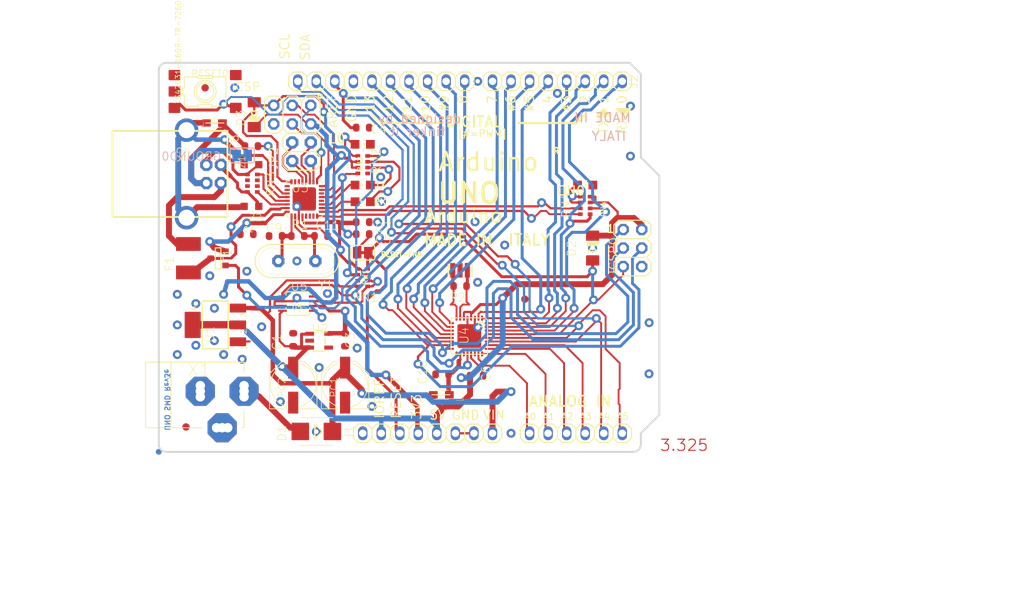
<source format=kicad_pcb>
(kicad_pcb (version 20221018) (generator pcbnew)
  (layers (0 "F.Cu" signal) (31 "B.Cu" signal) (34 "B.Paste" user) (35 "F.Paste" user) (36 "B.SilkS" user "B.Silkscreen") (37 "F.SilkS" user "F.Silkscreen") (38 "B.Mask" user) (39 "F.Mask" user) (44 "Edge.Cuts" user))
  (net 0 "")
  (net 1 "+5V")
  (net 2 "GND")
  (net 3 "AREF")
  (net 4 "RESET")
  (net 5 "VIN")
  (net 6 "M8RXD")
  (net 7 "M8TXD")
  (net 8 "SCK")
  (net 9 "N$3")
  (net 10 "N$35")
  (net 11 "N$36")
  (net 12 "PWRIN")
  (net 13 "D-")
  (net 14 "D+")
  (net 15 "+3V3")
  (net 16 "MISO")
  (net 17 "MOSI")
  (net 18 "SS")
  (net 19 "DTR")
  (net 20 "GATE_CMD")
  (net 21 "CMP")
  (net 22 "USBVCC")
  (net 23 "XTAL2")
  (net 24 "XTAL1")
  (net 25 "TP_VUCAP")
  (net 26 "RD-")
  (net 27 "RD+")
  (net 28 "RESET2")
  (net 29 "MISO2")
  (net 30 "MOSI2")
  (net 31 "SCK2")
  (net 32 "USHIELD")
  (net 33 "UGND")
  (net 34 "XUSB")
  (net 35 "XT2")
  (net 36 "XT1")
  (net 37 "RXLED")
  (net 38 "TXLED")
  (net 39 "A0")
  (net 40 "A1")
  (net 41 "A2")
  (net 42 "A3")
  (net 43 "A4/SDA")
  (net 44 "A5/SCL")
  (net 45 "IO2")
  (net 46 "IO1")
  (net 47 "IO0")
  (net 48 "IO3")
  (net 49 "IO4")
  (net 50 "IO5")
  (net 51 "IO6")
  (net 52 "IO7")
  (net 53 "IO8")
  (net 54 "IO9")
  (net 55 "5-GND")
  (net 56 "N$1")
  (net 57 "PB4")
  (net 58 "PB5")
  (net 59 "PB6")
  (net 60 "PB7")
  (net 61 "L13")
  (net 62 "N$4")
  (footprint "UNOSMD_V3:POWERSUPPLY_DC-21MM" (layer "F.Cu") (at 119.5451 123.2916 90)
    (fp_text reference "X1")
    (fp_text value "POWERSUPPLY_DC21MMX")
  )
  (footprint "UNOSMD_V3:PN61729" (layer "F.Cu") (at 118.0211 93.5736 -90)
    (fp_text reference "X2")
    (fp_text value "USB-B_TH")
  )
  (footprint "UNOSMD_V3:C0603-ROUND" (layer "F.Cu") (at 136.4361 102.0826)
    (fp_text reference "C11")
    (fp_text value "22p")
  )
  (footprint "UNOSMD_V3:SJ" (layer "F.Cu") (at 142.1511 104.3686)
    (fp_text reference "RESET-EN0")
    (fp_text value "")
  )
  (footprint "UNOSMD_V3:C0603-ROUND" (layer "F.Cu") (at 139.7381 116.3066 90)
    (fp_text reference "C3")
    (fp_text value "1u")
  )
  (footprint "UNOSMD_V3:2X03" (layer "F.Cu") (at 179.1081 103.7336 -90)
    (fp_text reference "ICSP0")
    (fp_text value "3x2 M")
  )
  (footprint "UNOSMD_V3:TP-SP" (layer "F.Cu") (at 132.4991 84.1756)
    (fp_text reference "TP_SCK2" hide)
    (fp_text value "TP_SP" hide)
  )
  (footprint "UNOSMD_V3:C0603-ROUND" (layer "F.Cu") (at 153.0223 121.0564 180)
    (fp_text reference "C10")
    (fp_text value "100nF")
  )
  (footprint "UNOSMD_V3:CHIP-LED0805" (layer "F.Cu") (at 142.1511 95.0976 90)
    (fp_text reference "TX0" hide)
    (fp_text value "YELLOW")
  )
  (footprint "UNOSMD_V3:SOT-23" (layer "F.Cu") (at 122.3391 105.1306 -90)
    (fp_text reference "T1")
    (fp_text value "FDN340P")
  )
  (footprint "UNOSMD_V3:TP-SP" (layer "F.Cu") (at 123.2281 88.8746)
    (fp_text reference "TP_USH0" hide)
    (fp_text value "TP_SP" hide)
  )
  (footprint "UNOSMD_V3:TP-SP" (layer "F.Cu") (at 129.9591 84.1756)
    (fp_text reference "TP_RESET2" hide)
    (fp_text value "TP_SP" hide)
  )
  (footprint "UNOSMD_V3:MSOP08" (layer "F.Cu") (at 133.2611 111.3536 90)
    (fp_text reference "U5")
    (fp_text value "LMV358IDGKR")
  )
  (footprint "UNOSMD_V3:CAY16" (layer "F.Cu") (at 127.0381 94.8436 90)
    (fp_text reference "RN3")
    (fp_text value "22R")
  )
  (footprint "UNOSMD_V3:PANASONIC_D" (layer "F.Cu") (at 132.6261 122.5296 90)
    (fp_text reference "PC2")
    (fp_text value "47u")
  )
  (footprint "" (layer "F.Cu") (at 128.1811 129.1336)
    (fp_text reference "@HOLE3" hide)
    (fp_text value "")
  )
  (footprint "UNOSMD_V3:C0603-ROUND" (layer "F.Cu") (at 142.1511 100.1776)
    (fp_text reference "C7")
    (fp_text value "100n")
  )
  (footprint "UNOSMD_V3:R0603-ROUND" (layer "F.Cu") (at 155.4861 108.9406 180)
    (fp_text reference "R2")
    (fp_text value "1M")
  )
  (footprint "UNOSMD_V3:CT_CN0603" (layer "F.Cu") (at 126.9111 92.3036 180)
    (fp_text reference "Z1")
    (fp_text value "CG0603MLC-05E")
  )
  (footprint "UNOSMD_V3:2X03" (layer "F.Cu") (at 132.4991 85.4456 180)
    (fp_text reference "ICSP1")
    (fp_text value "3x2 M")
  )
  (footprint "UNOSMD_V3:MINIMELF" (layer "F.Cu") (at 173.6471 103.7336 -90)
    (fp_text reference "D2")
    (fp_text value "CD1206-S01575")
  )
  (footprint "UNOSMD_V3:CHIP-LED0805" (layer "F.Cu") (at 142.1511 97.3836 90)
    (fp_text reference "RX0" hide)
    (fp_text value "YELLOW")
  )
  (footprint "UNOSMD_V3:QS" (layer "F.Cu") (at 133.1341 105.5116 180)
    (fp_text reference "Y1")
    (fp_text value "16MHz")
  )
  (footprint "UNOSMD_V3:TP-SP" (layer "F.Cu") (at 126.2761 110.2106)
    (fp_text reference "TP_GATE0" hide)
    (fp_text value "TP_SP" hide)
  )
  (footprint "UNOSMD_V3:FD-1-1.5" (layer "F.Cu") (at 120.5611 81.7626)
    (fp_text reference "FD1" hide)
    (fp_text value "DNP" hide)
  )
  (footprint "UNOSMD_V3:MINIMELF" (layer "F.Cu") (at 127.2921 85.4456 90)
    (fp_text reference "D3")
    (fp_text value "CD1206-S01575")
  )
  (footprint "UNOSMD_V3:TP-SP" (layer "F.Cu") (at 139.7381 88.4936)
    (fp_text reference "TP_LL0" hide)
    (fp_text value "TP_SP" hide)
  )
  (footprint "UNOSMD_V3:TP-SP" (layer "F.Cu") (at 145.5801 95.9866)
    (fp_text reference "TP_RXL0" hide)
    (fp_text value "TP_SP" hide)
  )
  (footprint "UNOSMD_V3:FD-1-1.5" (layer "F.Cu") (at 117.9411 128.2636)
    (fp_text reference "FD3" hide)
    (fp_text value "DNP" hide)
  )
  (footprint "UNOSMD_V3:1X14-CUSTOM" (layer "F.Cu") (at 159.9311 129.1336)
    (fp_text reference "J1")
    (fp_text value "-")
  )
  (footprint "UNOSMD_V3:CAY16" (layer "F.Cu") (at 142.1511 107.7976 90)
    (fp_text reference "RN1")
    (fp_text value "10K")
  )
  (footprint "UNOSMD_V3:R0603-ROUND" (layer "F.Cu") (at 133.2611 102.0826)
    (fp_text reference "R1")
    (fp_text value "1M")
  )
  (footprint "" (layer "F.Cu") (at 129.4511 80.8736)
    (fp_text reference "@HOLE2" hide)
    (fp_text value "")
  )
  (footprint "UNOSMD_V3:C0603-ROUND" (layer "F.Cu") (at 130.2131 102.0826 180)
    (fp_text reference "C9")
    (fp_text value "22p")
  )
  (footprint "" (layer "F.Cu") (at 180.2511 124.0536)
    (fp_text reference "@HOLE1" hide)
    (fp_text value "")
  )
  (footprint "UNOSMD_V3:TP-SP" (layer "F.Cu") (at 124.1171 100.8126)
    (fp_text reference "TP_USBVCC0" hide)
    (fp_text value "TP_SP" hide)
  )
  (footprint "UNOSMD_V3:TP-SP" (layer "F.Cu") (at 145.5801 92.9386)
    (fp_text reference "TP_TXL0" hide)
    (fp_text value "TP_SP" hide)
  )
  (footprint "UNOSMD_V3:CAY16" (layer "F.Cu") (at 172.6311 97.8916 90)
    (fp_text reference "RN4")
    (fp_text value "1K")
  )
  (footprint "UNOSMD_V3:TP-SP" (layer "F.Cu") (at 133.1341 110.5916)
    (fp_text reference "TP_LCMD0" hide)
    (fp_text value "TP_SP" hide)
  )
  (footprint "UNOSMD_V3:TS42" (layer "F.Cu") (at 120.5611 82.2706)
    (fp_text reference "RESET0")
    (fp_text value "TS42031-160R-TR-7260")
  )
  (footprint "UNOSMD_V3:0805" (layer "F.Cu") (at 152.9207 123.8504)
    (fp_text reference "L2")
    (fp_text value "10uH")
  )
  (footprint "UNOSMD_V3:SOT223" (layer "F.Cu") (at 121.9581 114.2746 90)
    (fp_text reference "U1")
    (fp_text value "NCP1117ST50T3G")
  )
  (footprint "UNOSMD_V3:SMB" (layer "F.Cu") (at 135.8011 128.8796 180)
    (fp_text reference "D1")
    (fp_text value "M7")
  )
  (footprint "UNOSMD_V3:FRAME" (layer "F.Cu") (at 92.7111 136.1736)
    (fp_text reference "FRAME1" hide)
    (fp_text value "DNP" hide)
  )
  (footprint "UNOSMD_V3:TP-SP" (layer "F.Cu") (at 180.3781 101.1936)
    (fp_text reference "TP_5V1" hide)
    (fp_text value "TP_SP" hide)
  )
  (footprint "UNOSMD_V3:1X18-CUSTOM" (layer "F.Cu") (at 159.9311 80.8736 180)
    (fp_text reference "J2")
    (fp_text value "-")
  )
  (footprint "UNOSMD_V3:C0603-ROUND" (layer "F.Cu") (at 142.1511 101.8286)
    (fp_text reference "C5")
    (fp_text value "100n")
  )
  (footprint "UNOSMD_V3:TP-SP" (layer "F.Cu") (at 135.0391 84.1756)
    (fp_text reference "TP_MISO2" hide)
    (fp_text value "TP_SP" hide)
  )
  (footprint "UNOSMD_V3:TP-SP" (layer "F.Cu") (at 132.4991 86.7156)
    (fp_text reference "TP_MOSI2" hide)
    (fp_text value "TP_SP" hide)
  )
  (footprint "UNOSMD_V3:TP-SP" (layer "F.Cu") (at 114.2111 131.6736)
    (fp_text reference "ORIGIN0" hide)
    (fp_text value "TP_SP" hide)
  )
  (footprint "UNOSMD_V3:RESONATOR" (layer "F.Cu") (at 155.4861 106.7816)
    (fp_text reference "Y2")
    (fp_text value "CSTCE16M0V53-R0 16MHZ")
  )
  (footprint "UNOSMD_V3:MLF32" (layer "F.Cu") (at 156.7561 115.7986 -90)
    (fp_text reference "U4")
    (fp_text value "ATMEGA328P-MU" hide)
  )
  (footprint "UNOSMD_V3:TP-SP" (layer "F.Cu") (at 144.1831 108.3056)
    (fp_text reference "TP_CMP0" hide)
    (fp_text value "TP_SP" hide)
  )
  (footprint "UNOSMD_V3:C0603-ROUND" (layer "F.Cu") (at 126.2761 101.8286 180)
    (fp_text reference "C2")
    (fp_text value "100n")
  )
  (footprint "UNOSMD_V3:CHIP-LED0805" (layer "F.Cu") (at 142.1511 89.5096 -90)
    (fp_text reference "L0")
    (fp_text value "YELLOW")
  )
  (footprint "UNOSMD_V3:TP-SP" (layer "F.Cu") (at 165.2651 99.6696)
    (fp_text reference "TP_TX0" hide)
    (fp_text value "TP_SP" hide)
  )
  (footprint "UNOSMD_V3:C0603-ROUND" (layer "F.Cu") (at 132.6261 116.3066 -90)
    (fp_text reference "C1")
    (fp_text value "100n")
  )
  (footprint "UNOSMD_V3:C0603-ROUND" (layer "F.Cu") (at 157.7467 121.2596 180)
    (fp_text reference "C6")
    (fp_text value "100n")
  )
  (footprint "UNOSMD_V3:TP-SP" (layer "F.Cu") (at 129.1971 89.7636)
    (fp_text reference "TP_VUCAP0" hide)
    (fp_text value "TP_SP" hide)
  )
  (footprint "UNOSMD_V3:2X02" (layer "F.Cu") (at 133.7691 90.5256 90)
    (fp_text reference "JP2")
    (fp_text value "2x2 M-NM")
  )
  (footprint "UNOSMD_V3:C0603-ROUND" (layer "F.Cu") (at 126.9111 89.7636 180)
    (fp_text reference "C8")
    (fp_text value "1u")
  )
  (footprint "UNOSMD_V3:FD-1-1.5" (layer "F.Cu") (at 164.3681 110.7416)
    (fp_text reference "FD2" hide)
    (fp_text value "DNP" hide)
  )
  (footprint "UNOSMD_V3:0805" (layer "F.Cu") (at 121.8311 86.5886 180)
    (fp_text reference "L1")
    (fp_text value "BLM21")
  )
  (footprint "UNOSMD_V3:CT_CN0603" (layer "F.Cu") (at 126.9111 98.0186 180)
    (fp_text reference "Z2")
    (fp_text value "CG0603MLC-05E")
  )
  (footprint "" (layer "F.Cu") (at 180.2511 96.1136)
    (fp_text reference "@HOLE0" hide)
    (fp_text value "")
  )
  (footprint "UNOSMD_V3:L1812" (layer "F.Cu") (at 118.2751 105.1306 90)
    (fp_text reference "F1")
    (fp_text value "MF-MSMF050-2 500mA")
  )
  (footprint "UNOSMD_V3:PANASONIC_D" (layer "F.Cu") (at 139.7381 122.5296 90)
    (fp_text reference "PC1")
    (fp_text value "47u")
  )
  (footprint "UNOSMD_V3:C0603-ROUND" (layer "F.Cu") (at 142.1511 87.2236 180)
    (fp_text reference "C4")
    (fp_text value "100n")
  )
  (footprint "UNOSMD_V3:ATMEL_QFN32" (layer "F.Cu") (at 134.1501 97.0026 90)
    (fp_text reference "U3")
    (fp_text value "16U2")
  )
  (footprint "UNOSMD_V3:TP-SP" (layer "F.Cu") (at 166.6621 97.5106)
    (fp_text reference "TP_RX0" hide)
    (fp_text value "TP_SP" hide)
  )
  (footprint "UNOSMD_V3:TP-SP" (layer "F.Cu") (at 170.8531 96.6216)
    (fp_text reference "TP_ONL0" hide)
    (fp_text value "TP_SP" hide)
  )
  (footprint "UNOSMD_V3:CHIP-LED0805" (layer "F.Cu") (at 172.6311 95.0976 -90)
    (fp_text reference "ON0")
    (fp_text value "GREEN")
  )
  (footprint "UNOSMD_V3:CAY16" (layer "F.Cu") (at 142.1511 92.3036 -90)
    (fp_text reference "RN2")
    (fp_text value "1K")
  )
  (footprint "UNOSMD_V3:TP-SP" (layer "F.Cu") (at 140.1191 101.8286)
    (fp_text reference "TP_DTR0" hide)
    (fp_text value "TP_SP" hide)
  )
  (footprint "UNOSMD_V3:SOT23-DBV" (layer "F.Cu") (at 136.1821 116.4336 -90)
    (fp_text reference "U2")
    (fp_text value "LP2985-33DBVR")
  )
  (footprint "UNOSMD_V3:SJ" (layer "B.Cu") (at 125.6411 91.0336 180)
    (fp_text reference "GROUND0")
    (fp_text value "")
  )
  (gr_line (start 144.5641 86.5886) (end 143.4211 85.4456) (stroke (width 0.3048)) (layer "F.SilkS"))
  (gr_line (start 172.6311 85.4456) (end 171.4881 86.5886) (stroke (width 0.3048)) (layer "F.SilkS"))
  (gr_line (start 177.4571 84.9376) (end 177.9651 84.9376) (stroke (width 0.3048)) (layer "F.SilkS"))
  (gr_line (start 178.7271 84.6836) (end 176.9491 84.6836) (stroke (width 0.3048)) (layer "F.SilkS"))
  (gr_line (start 177.8381 85.3186) (end 177.4571 84.9376) (stroke (width 0.3048)) (layer "F.SilkS"))
  (gr_line (start 177.8381 85.0646) (end 177.8381 85.1916) (stroke (width 0.3048)) (layer "F.SilkS"))
  (gr_line (start 176.9491 84.6836) (end 177.8381 85.5726) (stroke (width 0.3048)) (layer "F.SilkS"))
  (gr_line (start 175.1711 84.6836) (end 174.2821 85.5726) (stroke (width 0.3048)) (layer "F.SilkS"))
  (gr_line (start 176.0601 85.5726) (end 175.1711 84.6836) (stroke (width 0.3048)) (layer "F.SilkS"))
  (gr_line (start 171.4881 86.5886) (end 163.3601 86.5886) (stroke (width 0.3048)) (layer "F.SilkS"))
  (gr_line (start 178.3461 84.8106) (end 177.8381 85.3186) (stroke (width 0.3048)) (layer "F.SilkS"))
  (gr_line (start 177.3301 84.8106) (end 178.3461 84.8106) (stroke (width 0.3048)) (layer "F.SilkS"))
  (gr_line (start 174.9171 85.4456) (end 175.2981 85.1916) (stroke (width 0.3048)) (layer "F.SilkS"))
  (gr_line (start 152.6921 86.5886) (end 144.5641 86.5886) (stroke (width 0.3048)) (layer "F.SilkS"))
  (gr_line (start 175.6791 85.4456) (end 174.9171 85.4456) (stroke (width 0.3048)) (layer "F.SilkS"))
  (gr_line (start 175.1711 84.9376) (end 175.6791 85.4456) (stroke (width 0.3048)) (layer "F.SilkS"))
  (gr_circle (center 136.3091 82.9056) (end 136.5631 82.9056) (stroke (width 0.254)) (fill none) (layer "F.SilkS"))
  (gr_line (start 174.2821 85.5726) (end 176.0601 85.5726) (stroke (width 0.3048)) (layer "F.SilkS"))
  (gr_line (start 174.6631 85.4456) (end 175.1711 84.9376) (stroke (width 0.3048)) (layer "F.SilkS"))
  (gr_line (start 177.8381 85.5726) (end 178.7271 84.6836) (stroke (width 0.3048)) (layer "F.SilkS"))
  (gr_arc (start 180.2511 130.6736) (mid 179.958207 131.380707) (end 179.2511 131.6736) (stroke (width 0.254)) (layer "Edge.Cuts"))
  (gr_line (start 179.2511 131.6736) (end 115.2111 131.6736) (stroke (width 0.254)) (layer "Edge.Cuts"))
  (gr_arc (start 115.2111 131.6736) (mid 114.503993 131.380707) (end 114.2111 130.6736) (stroke (width 0.254)) (layer "Edge.Cuts"))
  (gr_line (start 180.2511 79.8576) (end 180.2511 91.2876) (stroke (width 0.254)) (layer "Edge.Cuts"))
  (gr_line (start 180.2511 129.1336) (end 180.2511 130.6736) (stroke (width 0.254)) (layer "Edge.Cuts"))
  (gr_line (start 178.7271 78.3336) (end 180.2511 79.8576) (stroke (width 0.254)) (layer "Edge.Cuts"))
  (gr_line (start 115.2111 78.3336) (end 178.7271 78.3336) (stroke (width 0.254)) (layer "Edge.Cuts"))
  (gr_line (start 180.2511 91.2876) (end 182.7911 93.8276) (stroke (width 0.254)) (layer "Edge.Cuts"))
  (gr_line (start 182.7911 93.8276) (end 182.7911 126.5936) (stroke (width 0.254)) (layer "Edge.Cuts"))
  (gr_arc (start 114.2111 79.3336) (mid 114.503993 78.626493) (end 115.2111 78.3336) (stroke (width 0.254)) (layer "Edge.Cuts"))
  (gr_line (start 114.2111 79.3496) (end 114.2111 130.6576) (stroke (width 0.254)) (layer "Edge.Cuts"))
  (gr_line (start 182.7911 126.5936) (end 180.2511 129.1336) (stroke (width 0.254)) (layer "Edge.Cuts"))
  (gr_text "3.325" (at 182.7911 131.6736) (layer "F.Cu") (effects (font (size 1.542288 1.542288) (thickness 0.134112)) (justify left bottom)))
  (gr_text "UNO SMD Rev3e" (at 115.7605 120.2436 -90) (layer "B.Cu") (effects (font (size 0.69088 0.69088) (thickness 0.12192)) (justify right top mirror)))
  (gr_text "tinker it" (at 153.5811 88.4936) (layer "B.SilkS") (effects (font (size 1.251712 1.251712) (thickness 0.170688)) (justify left bottom mirror)))
  (gr_text "ITALY" (at 178.3461 89.1286) (layer "B.SilkS") (effects (font (size 1.251712 1.251712) (thickness 0.170688)) (justify left bottom mirror)))
  (gr_text "MADE IN" (at 178.9811 86.5886) (layer "B.SilkS") (effects (font (size 1.251712 1.251712) (thickness 0.170688)) (justify left bottom mirror)))
  (gr_text "designed by" (at 155.7401 86.7156) (layer "B.SilkS") (effects (font (size 1.251712 1.251712) (thickness 0.170688)) (justify left bottom mirror)))
  (gr_text "#" (at 151.4221 86.3346 90) (layer "F.SilkS") (effects (font (size 0.972312 0.972312) (thickness 0.145288)) (justify left bottom)))
  (gr_text "A2" (at 169.2797 127.3434) (layer "F.SilkS") (effects (font (size 0.89408 0.89408) (thickness 0.12192)) (justify left bottom)))
  (gr_text "A0" (at 164.1997 127.3434) (layer "F.SilkS") (effects (font (size 0.89408 0.89408) (thickness 0.12192)) (justify left bottom)))
  (gr_text "7" (at 159.1691 82.6516 90) (layer "F.SilkS") (effects (font (size 1.251712 1.251712) (thickness 0.170688)) (justify right top)))
  (gr_text "TX" (at 175.9287 88.2274 90) (layer "F.SilkS") (effects (font (size 1.28016 1.28016) (thickness 0.14224)) (justify left bottom)))
  (gr_text "1" (at 175.4575 101.7292) (layer "F.SilkS") (effects (font (size 1.0795 1.0795) (thickness 0.1905)) (justify left bottom)))
  (gr_text "11" (at 147.4851 82.6516 90) (layer "F.SilkS") (effects (font (size 1.251712 1.251712) (thickness 0.170688)) (justify right top)))
  (gr_text "DIGITAL" (at 153.3635 87.2594) (layer "F.SilkS") (effects (font (size 1.42494 1.42494) (thickness 0.25146)) (justify left bottom)))
  (gr_text "UNO" (at 152.1587 97.79) (layer "F.SilkS") (effects (font (size 2.69875 2.69875) (thickness 0.47625)) (justify left bottom)))
  (gr_text "1" (at 174.4091 82.6516 90) (layer "F.SilkS") (effects (font (size 1.251712 1.251712) (thickness 0.170688)) (justify right top)))
  (gr_text "SCL" (at 132.2153 77.9658 90) (layer "F.SilkS") (effects (font (size 1.28016 1.28016) (thickness 0.14224)) (justify left bottom)))
  (gr_text "GND" (at 139.8841 82.5368 90) (layer "F.SilkS") (effects (font (size 1.28016 1.28016) (thickness 0.14224)) (justify right top)))
  (gr_text "RX" (at 145.4531 96.901) (layer "F.SilkS") (effects (font (size 0.8636 0.8636) (thickness 0.1524)) (justify right top)))
  (gr_text "#" (at 148.8821 86.3346 90) (layer "F.SilkS") (effects (font (size 0.972312 0.972312) (thickness 0.145288)) (justify left bottom)))
  (gr_text "3V3" (at 150.2791 127.3556 90) (layer "F.SilkS") (effects (font (size 1.28016 1.28016) (thickness 0.14224)) (justify left bottom)))
  (gr_text "A1" (at 166.7397 127.3434) (layer "F.SilkS") (effects (font (size 0.89408 0.89408) (thickness 0.12192)) (justify left bottom)))
  (gr_text "AREF" (at 137.2279 82.5114 90) (layer "F.SilkS") (effects (font (size 1.28016 1.28016) (thickness 0.14224)) (justify right top)))
  (gr_text "10" (at 150.0251 82.6516 90) (layer "F.SilkS") (effects (font (size 1.251712 1.251712) (thickness 0.170688)) (justify right top)))
  (gr_text "RN1" (at 140.7111 111.1736) (layer "F.SilkS") (effects (font (size 1.1684 1.1684) (thickness 0.1016)) (justify left bottom)))
  (gr_text "5V" (at 151.1681 127.3556) (layer "F.SilkS") (effects (font (size 1.251712 1.251712) (thickness 0.170688)) (justify left bottom)))
  (gr_text "4" (at 166.7891 82.6516 90) (layer "F.SilkS") (effects (font (size 1.251712 1.251712) (thickness 0.170688)) (justify right top)))
  (gr_text "A3" (at 171.8197 127.3434) (layer "F.SilkS") (effects (font (size 0.89408 0.89408) (thickness 0.12192)) (justify left bottom)))
  (gr_text "#" (at 165.5191 85.0646 90) (layer "F.SilkS") (effects (font (size 0.972312 0.972312) (thickness 0.145288)) (justify left bottom)))
  (gr_text "ANALOG IN" (at 164.7571 125.5776) (layer "F.SilkS") (effects (font (size 1.42494 1.42494) (thickness 0.25146)) (justify left bottom)))
  (gr_text "3" (at 169.3291 82.6516 90) (layer "F.SilkS") (effects (font (size 1.251712 1.251712) (thickness 0.170688)) (justify right top)))
  (gr_text "ITALY" (at 161.9377 103.505) (layer "F.SilkS") (effects (font (size 1.5113 1.5113) (thickness 0.2667)) (justify left bottom)))
  (gr_text "Arduino" (at 150.4315 100.4316) (layer "F.SilkS") (effects (font (size 1.922272 1.922272) (thickness 0.262128)) (justify left bottom)))
  (gr_text "MADE IN" (at 150.4061 103.5304) (layer "F.SilkS") (effects (font (size 1.5113 1.5113) (thickness 0.2667)) (justify left bottom)))
  (gr_text "TX" (at 145.4531 94.5896) (layer "F.SilkS") (effects (font (size 0.8636 0.8636) (thickness 0.1524)) (justify right top)))
  (gr_text "6" (at 161.7091 82.6516 90) (layer "F.SilkS") (effects (font (size 1.251712 1.251712) (thickness 0.170688)) (justify right top)))
  (gr_text "SDA" (at 135.0093 78.0928 90) (layer "F.SilkS") (effects (font (size 1.28016 1.28016) (thickness 0.14224)) (justify left bottom)))
  (gr_text "12" (at 144.9451 82.6516 90) (layer "F.SilkS") (effects (font (size 1.251712 1.251712) (thickness 0.170688)) (justify right top)))
  (gr_text "2" (at 171.8691 82.6516 90) (layer "F.SilkS") (effects (font (size 1.251712 1.251712) (thickness 0.170688)) (justify right top)))
  (gr_text "RN4" (at 170.7111 99.6736 90) (layer "F.SilkS") (effects (font (size 1.1684 1.1684) (thickness 0.1016)) (justify left bottom)))
  (gr_text "RESET" (at 147.4851 127.2286 90) (layer "F.SilkS") (effects (font (size 1.28016 1.28016) (thickness 0.14224)) (justify left bottom)))
  (gr_text "A4" (at 174.3597 127.3434) (layer "F.SilkS") (effects (font (size 0.89408 0.89408) (thickness 0.12192)) (justify left bottom)))
  (gr_text "VIN" (at 158.5341 127.3556) (layer "F.SilkS") (effects (font (size 1.251712 1.251712) (thickness 0.170688)) (justify left bottom)))
  (gr_text "5" (at 164.2491 82.6516 90) (layer "F.SilkS") (effects (font (size 1.251712 1.251712) (thickness 0.170688)) (justify right top)))
  (gr_text "R" (at 168.1353 90.9066) (layer "F.SilkS") (effects (font (size 0.8128 0.8128) (thickness 0.2032)) (justify left bottom)))
  (gr_text "13" (at 142.4051 82.6516 90) (layer "F.SilkS") (effects (font (size 1.251712 1.251712) (thickness 0.170688)) (justify right top)))
  (gr_text "IOREF" (at 145.1991 127.2286 90) (layer "F.SilkS") (effects (font (size 1.28016 1.28016) (thickness 0.14224)) (justify left bottom)))
  (gr_text "[#=PWM]" (at 155.1051 88.6206) (layer "F.SilkS") (effects (font (size 0.972312 0.972312) (thickness 0.145288)) (justify left bottom)))
  (gr_text "A5" (at 176.8997 127.3434) (layer "F.SilkS") (effects (font (size 0.89408 0.89408) (thickness 0.12192)) (justify left bottom)))
  (gr_text "#" (at 170.5991 85.0646 90) (layer "F.SilkS") (effects (font (size 0.972312 0.972312) (thickness 0.145288)) (justify left bottom)))
  (gr_text "RN2" (at 144.7111 93.6736 90) (layer "F.SilkS") (effects (font (size 1.1684 1.1684) (thickness 0.1016)) (justify left bottom)))
  (gr_text "RX" (at 178.4731 88.2396 90) (layer "F.SilkS") (effects (font (size 1.28016 1.28016) (thickness 0.14224)) (justify left bottom)))
  (gr_text "U5" (at 132.2111 109.6736) (layer "F.SilkS") (effects (font (size 1.1684 1.1684) (thickness 0.1016)) (justify left bottom)))
  (gr_text "Arduino" (at 152.3111 93.3704) (layer "F.SilkS") (effects (font (size 2.45872 2.45872) (thickness 0.33528)) (justify left bottom)))
  (gr_text "#" (at 153.8351 85.0646 90) (layer "F.SilkS") (effects (font (size 0.972312 0.972312) (thickness 0.145288)) (justify left bottom)))
  (gr_text "9" (at 152.5651 82.6516 90) (layer "F.SilkS") (effects (font (size 1.251712 1.251712) (thickness 0.170688)) (justify right top)))
  (gr_text "GND" (at 154.2245 127.3688) (layer "F.SilkS") (effects (font (size 1.251712 1.251712) (thickness 0.170688)) (justify left bottom)))
  (gr_text "#" (at 163.1061 85.0646 90) (layer "F.SilkS") (effects (font (size 0.972312 0.972312) (thickness 0.145288)) (justify left bottom)))
  (gr_text "8" (at 155.1051 82.6516 90) (layer "F.SilkS") (effects (font (size 1.251712 1.251712) (thickness 0.170688)) (justify right top)))
  (gr_text "0" (at 176.9491 82.6516 90) (layer "F.SilkS") (effects (font (size 1.251712 1.251712) (thickness 0.170688)) (justify right top)))
  (segment (start 131.4831 117.1956) (end 130.7846 116.4971) (width 0.3048) (layer "F.Cu") (net 1))
  (segment (start 132.8141 117.3836) (end 132.6261 117.1956) (width 0.6096) (layer "F.Cu") (net 1))
  (segment (start 131.1891 112.3696) (end 131.1491 112.3296) (width 0.3048) (layer "F.Cu") (net 1))
  (segment (start 176.3141 100.3046) (end 176.9999 99.6188) (width 0.8128) (layer "F.Cu") (net 1))
  (segment (start 140.1381 91.3956) (end 140.6461 91.9036) (width 0.4064) (layer "F.Cu") (net 1))
  (segment (start 158.2801 111.4806) (end 157.1411 112.6196) (width 0.4064) (layer "F.Cu") (net 1))
  (segment (start 140.1681 105.7656) (end 140.6441 105.7656) (width 0.4064) (layer "F.Cu") (net 1))
  (segment (start 139.1031 103.9876) (end 139.1031 104.7006) (width 0.4064) (layer "F.Cu") (net 1))
  (segment (start 126.2761 100.3046) (end 128.8161 100.3046) (width 0.6096) (layer "F.Cu") (net 1))
  (segment (start 123.3551 104.1908) (end 121.7803 103.6828) (width 0.8128) (layer "F.Cu") (net 1))
  (segment (start 140.6841 92.7036) (end 141.4761 92.7036) (width 0.3048) (layer "F.Cu") (net 1))
  (segment (start 156.8577 121.2596) (end 156.6037 121.5136) (width 0.8128) (layer "F.Cu") (net 1))
  (segment (start 157.0061 112.6196) (end 156.8831 112.4966) (width 0.3048) (layer "F.Cu") (net 1))
  (segment (start 133.7691 117.3836) (end 133.7691 115.5446) (width 0.4064) (layer "F.Cu") (net 1))
  (segment (start 132.6261 119.3546) (end 134.5971 117.3836) (width 0.6096) (layer "F.Cu") (net 1))
  (segment (start 160.4391 111.4806) (end 158.2801 111.4806) (width 0.4064) (layer "F.Cu") (net 1))
  (segment (start 176.3141 107.4166) (end 176.3141 102.2096) (width 0.8128) (layer "F.Cu") (net 1))
  (segment (start 156.1211 112.4966) (end 156.0061 112.6116) (width 0.2794) (layer "F.Cu") (net 1))
  (segment (start 120.0531 114.2746) (end 120.0785 114.2492) (width 1.016) (layer "F.Cu") (net 1))
  (segment (start 138.9761 100.2909) (end 141.1488 100.2909) (width 0.6096) (layer "F.Cu") (net 1))
  (segment (start 132.9941 119.9896) (end 132.6261 120.1296) (width 0.6096) (layer "F.Cu") (net 1))
  (segment (start 134.5971 117.3836) (end 134.8821 117.3836) (width 0.6096) (layer "F.Cu") (net 1))
  (segment (start 176.3141 102.2096) (end 176.1381 102.0336) (width 0.8128) (layer "F.Cu") (net 1))
  (segment (start 177.0761 99.6188) (end 179.3113 99.6188) (width 0.8128) (layer "F.Cu") (net 1))
  (segment (start 130.7846 116.4971) (end 130.7846 112.7741) (width 0.3048) (layer "F.Cu") (net 1))
  (segment (start 163.2331 108.6866) (end 175.0441 108.6866) (width 0.8128) (layer "F.Cu") (net 1))
  (segment (start 142.4369 107.3976) (end 142.8261 107.3976) (width 0.254) (layer "F.Cu") (net 1))
  (segment (start 134.8821 117.3836) (end 133.7691 117.3836) (width 0.6096) (layer "F.Cu") (net 1))
  (segment (start 141.1488 100.2909) (end 141.2621 100.1776) (width 0.6096) (layer "F.Cu") (net 1))
  (segment (start 134.8211 115.5446) (end 134.8821 115.4836) (width 0.4064) (layer "F.Cu") (net 1))
  (segment (start 175.0441 108.6866) (end 176.3141 107.4166) (width 0.8128) (layer "F.Cu") (net 1))
  (segment (start 156.6037 121.5136) (end 155.6385 121.5136) (width 0.8128) (layer "F.Cu") (net 1))
  (segment (start 131.1021 119.9896) (end 132.9941 119.9896) (width 0.6096) (layer "F.Cu") (net 1))
  (segment (start 179.3113 99.6188) (end 180.3781 100.5586) (width 0.8128) (layer "F.Cu") (net 1))
  (segment (start 130.7846 112.7741) (end 131.1891 112.3696) (width 0.3048) (layer "F.Cu") (net 1))
  (segment (start 133.2611 85.4456) (end 128.9921 85.4456) (width 0.254) (layer "F.Cu") (net 1))
  (segment (start 151.8207 123.8504) (end 151.8207 124.5284) (width 0.6096) (layer "F.Cu") (net 1))
  (segment (start 133.7691 115.5446) (end 134.8211 115.5446) (width 0.4064) (layer "F.Cu") (net 1))
  (segment (start 132.6261 120.1296) (end 132.6261 119.3546) (width 0.6096) (layer "F.Cu") (net 1))
  (segment (start 141.4761 106.5976) (end 141.8655 106.5976) (width 0.254) (layer "F.Cu") (net 1))
  (segment (start 129.9591 99.1616) (end 131.2291 99.1616) (width 0.4064) (layer "F.Cu") (net 1))
  (segment (start 155.2321 125.4506) (end 156.8577 123.825) (width 0.8128) (layer "F.Cu") (net 1))
  (segment (start 126.2761 100.3046) (end 125.3871 101.1936) (width 0.6096) (layer "F.Cu") (net 1))
  (segment (start 156.0061 112.6116) (end 156.0061 113.3486) (width 0.2794) (layer "F.Cu") (net 1))
  (segment (start 118.8591 114.2746) (end 120.0531 114.2746) (width 1.016) (layer "F.Cu") (net 1))
  (segment (start 176.1381 102.0336) (end 173.6471 102.0336) (width 0.8128) (layer "F.Cu") (net 1))
  (segment (start 121.7803 103.6828) (end 121.1961 102.8446) (width 0.8128) (layer "F.Cu") (net 1))
  (segment (start 157.0061 112.6196) (end 157.0061 113.3486) (width 0.2794) (layer "F.Cu") (net 1))
  (segment (start 176.9999 99.6188) (end 177.0761 99.6188) (width 0.8128) (layer "F.Cu") (net 1))
  (segment (start 134.5311 86.7156) (end 133.2611 85.4456) (width 0.254) (layer "F.Cu") (net 1))
  (segment (start 177.0761 99.6188) (end 177.0761 98.7806) (width 0.3048) (layer "F.Cu") (net 1))
  (segment (start 140.6461 91.9036) (end 140.6841 92.7036) (width 0.3048) (layer "F.Cu") (net 1))
  (segment (start 133.7691 117.3836) (end 132.8141 117.3836) (width 0.6096) (layer "F.Cu") (net 1))
  (segment (start 138.8491 100.1639) (end 137.2391 100.1639) (width 0.6096) (layer "F.Cu") (net 1))
  (segment (start 161.3281 110.5916) (end 163.2331 108.6866) (width 0.8128) (layer "F.Cu") (net 1))
  (segment (start 156.8577 123.825) (end 156.8577 121.2596) (width 0.8128) (layer "F.Cu") (net 1))
  (segment (start 138.9761 100.2909) (end 138.8491 100.1639) (width 0.6096) (layer "F.Cu") (net 1))
  (segment (start 128.8161 100.3046) (end 129.9591 99.1616) (width 0.4064) (layer "F.Cu") (net 1))
  (segment (start 151.8207 124.5284) (end 153.0985 125.8062) (width 0.6096) (layer "F.Cu") (net 1))
  (segment (start 180.3781 101.1936) (end 180.2511 101.1936) (width 0.508) (layer "F.Cu") (net 1))
  (segment (start 139.1031 104.7006) (end 140.1681 105.7656) (width 0.4064) (layer "F.Cu") (net 1))
  (segment (start 137.0984 100.3046) (end 134.1501 100.3046) (width 0.4064) (layer "F.Cu") (net 1))
  (segment (start 174.0281 97.4916) (end 174.0281 96.7486) (width 0.3048) (layer "F.Cu") (net 1))
  (segment (start 180.3781 100.5586) (end 180.3781 101.1936) (width 0.8128) (layer "F.Cu") (net 1))
  (segment (start 135.0391 86.7156) (end 134.5311 86.7156) (width 0.254) (layer "F.Cu") (net 1))
  (segment (start 139.1031 103.9876) (end 138.9761 103.4796) (width 0.4064) (layer "F.Cu") (net 1))
  (segment (start 139.7381 91.4146) (end 140.1381 91.3956) (width 0.4064) (layer "F.Cu") (net 1))
  (segment (start 125.3871 101.8286) (end 125.2601 101.9556) (width 0.6096) (layer "F.Cu") (net 1))
  (segment (start 128.9921 85.4456) (end 127.2921 87.1456) (width 0.254) (layer "F.Cu") (net 1))
  (segment (start 173.9711 96.6916) (end 173.3061 96.6916) (width 0.3048) (layer "F.Cu") (net 1))
  (segment (start 125.2347 114.2492) (end 125.0569 114.2746) (width 0.508) (layer "F.Cu") (net 1))
  (segment (start 138.9761 103.4796) (end 138.9761 100.2909) (width 0.4064) (layer "F.Cu") (net 1))
  (segment (start 156.8831 112.4966) (end 156.1211 112.4966) (width 0.3048) (layer "F.Cu") (net 1))
  (segment (start 161.3281 110.5916) (end 160.4391 111.4806) (width 0.4064) (layer "F.Cu") (net 1))
  (segment (start 152.3111 126.5936) (end 153.0985 125.8062) (width 0.8128) (layer "F.Cu") (net 1))
  (segment (start 137.2391 100.1639) (end 137.0984 100.3046) (width 0.4064) (layer "F.Cu") (net 1))
  (segment (start 140.6461 91.9036) (end 141.4761 91.9036) (width 0.3048) (layer "F.Cu") (net 1))
  (segment (start 133.9001 99.9276) (end 133.9001 99.3534) (width 0.2794) (layer "F.Cu") (net 1))
  (segment (start 141.4761 106.5976) (end 141.5331 106.6546) (width 0.254) (layer "F.Cu") (net 1))
  (segment (start 180.3781 101.1936) (end 180.3781 101.2306) (width 0.8128) (layer "F.Cu") (net 1))
  (segment (start 176.3141 102.2096) (end 176.3141 100.3046) (width 0.8128) (layer "F.Cu") (net 1))
  (segment (start 140.6441 105.7656) (end 141.4761 106.5976) (width 0.4064) (layer "F.Cu") (net 1))
  (segment (start 120.0785 114.2492) (end 125.2347 114.2492) (width 1.016) (layer "F.Cu") (net 1))
  (segment (start 174.0281 96.7486) (end 173.9711 96.6916) (width 0.3048) (layer "F.Cu") (net 1))
  (segment (start 125.3871 101.1936) (end 125.3871 101.8286) (width 0.6096) (layer "F.Cu") (net 1))
  (segment (start 177.0761 98.7806) (end 175.7871 97.4916) (width 0.3048) (layer "F.Cu") (net 1))
  (segment (start 141.8655 106.5976) (end 142.4369 107.3976) (width 0.254) (layer "F.Cu") (net 1))
  (segment (start 153.0985 125.8062) (end 153.4541 125.4506) (width 0.8128) (layer "F.Cu") (net 1))
  (segment (start 134.1501 100.3046) (end 133.9001 99.9276) (width 0.2794) (layer "F.Cu") (net 1))
  (segment (start 175.7871 97.4916) (end 174.0281 97.4916) (width 0.3048) (layer "F.Cu") (net 1))
  (segment (start 153.4541 125.4506) (end 155.2321 125.4506) (width 0.8128) (layer "F.Cu") (net 1))
  (segment (start 132.6261 117.1956) (end 131.4831 117.1956) (width 0.3048) (layer "F.Cu") (net 1))
  (segment (start 131.6381 98.7526) (end 131.7993 98.7526) (width 0.2794) (layer "F.Cu") (net 1))
  (segment (start 139.2301 91.0336) (end 139.7381 91.4146) (width 0.4064) (layer "F.Cu") (net 1))
  (segment (start 157.1411 112.6196) (end 157.0061 112.6196) (width 0.4064) (layer "F.Cu") (net 1))
  (segment (start 131.2291 99.1616) (end 131.6381 98.7526) (width 0.2794) (layer "F.Cu") (net 1))
  (segment (start 174.0281 97.4916) (end 173.3061 97.4916) (width 0.3048) (layer "F.Cu") (net 1))
  (segment (start 152.3111 129.1336) (end 152.3111 126.5936) (width 0.8128) (layer "F.Cu") (net 1))
  (via (at 161.3281 110.5916) (size 1.2192) (drill 0.6096) (layers "F.Cu" "B.Cu") (net 1))
  (via (at 116.7511 118.3386) (size 1.2192) (drill 0.6096) (layers "F.Cu" "B.Cu") (net 1))
  (via (at 123.1011 110.0836) (size 1.2192) (drill 0.6096) (layers "F.Cu" "B.Cu") (net 1))
  (via (at 116.7511 114.2746) (size 1.2192) (drill 0.6096) (layers "F.Cu" "B.Cu") (net 1))
  (via (at 119.2911 111.3536) (size 1.2192) (drill 0.6096) (layers "F.Cu" "B.Cu") (net 1))
  (via (at 155.6385 121.5136) (size 1.2192) (drill 0.6096) (layers "F.Cu" "B.Cu") (net 1))
  (via (at 139.1031 103.9876) (size 1.2192) (drill 0.6096) (layers "F.Cu" "B.Cu") (net 1))
  (via (at 139.2301 91.0336) (size 1.2192) (drill 0.6096) (layers "F.Cu" "B.Cu") (net 1))
  (via (at 121.1961 102.8446) (size 1.2192) (drill 0.6096) (layers "F.Cu" "B.Cu") (net 1))
  (via (at 116.7511 110.0836) (size 1.2192) (drill 0.6096) (layers "F.Cu" "B.Cu") (net 1))
  (via (at 119.2911 117.0686) (size 1.2192) (drill 0.6096) (layers "F.Cu" "B.Cu") (net 1))
  (via (at 121.8311 111.9886) (size 1.2192) (drill 0.6096) (layers "F.Cu" "B.Cu") (net 1))
  (via (at 126.2761 100.3046) (size 1.2192) (drill 0.6096) (layers "F.Cu" "B.Cu") (net 1))
  (via (at 121.8311 116.4336) (size 1.2192) (drill 0.6096) (layers "F.Cu" "B.Cu") (net 1))
  (via (at 131.1021 119.9896) (size 1.2192) (drill 0.6096) (layers "F.Cu" "B.Cu") (net 1))
  (via (at 123.1011 118.3386) (size 1.2192) (drill 0.6096) (layers "F.Cu" "B.Cu") (net 1))
  (via (at 121.1961 107.5436) (size 1.2192) (drill 0.6096) (layers "F.Cu" "B.Cu") (net 1))
  (segment (start 131.1021 119.9896) (end 126.2761 115.1636) (width 0.8128) (layer "B.Cu") (net 1))
  (segment (start 135.2931 86.9696) (end 135.0391 86.7156) (width 0.6096) (layer "B.Cu") (net 1))
  (segment (start 121.1961 102.8446) (end 123.7361 102.8446) (width 0.6096) (layer "B.Cu") (net 1))
  (segment (start 139.1031 103.8199) (end 137.2819 101.9987) (width 0.6096) (layer "B.Cu") (net 1))
  (segment (start 123.1011 110.0836) (end 123.6091 108.3056) (width 0.6096) (layer "B.Cu") (net 1))
  (segment (start 136.6647 111.2012) (end 137.8585 111.2012) (width 0.6096) (layer "B.Cu") (net 1))
  (segment (start 152.3365 128.0414) (end 152.3111 129.1336) (width 0.8128) (layer "B.Cu") (net 1))
  (segment (start 138.2141 127.1016) (end 144.8181 127.1016) (width 0.8128) (layer "B.Cu") (net 1))
  (segment (start 139.1031 103.9876) (end 139.1031 103.8199) (width 0.6096) (layer "B.Cu") (net 1))
  (segment (start 134.8359 109.347) (end 135.5725 110.0836) (width 0.6096) (layer "B.Cu") (net 1))
  (segment (start 161.3281 116.9416) (end 161.3281 110.5916) (width 0.8128) (layer "B.Cu") (net 1))
  (segment (start 138.5951 91.0336) (end 137.1981 89.6366) (width 0.6096) (layer "B.Cu") (net 1))
  (segment (start 128.8161 110.5916) (end 131.2291 110.5916) (width 0.6096) (layer "B.Cu") (net 1))
  (segment (start 138.5189 110.5408) (end 138.5189 104.6226) (width 0.6096) (layer "B.Cu") (net 1))
  (segment (start 144.6911 126.9746) (end 144.6911 129.1336) (width 0.6096) (layer "B.Cu") (net 1))
  (segment (start 138.5189 104.6226) (end 139.1031 103.9876) (width 0.6096) (layer "B.Cu") (net 1))
  (segment (start 144.8181 127.1016) (end 144.6911 126.9746) (width 0.6096) (layer "B.Cu") (net 1))
  (segment (start 135.5471 110.0836) (end 136.6647 111.2012) (width 0.6096) (layer "B.Cu") (net 1))
  (segment (start 123.6091 108.3056) (end 126.5301 108.3056) (width 0.6096) (layer "B.Cu") (net 1))
  (segment (start 137.8585 111.2012) (end 138.5189 110.5408) (width 0.6096) (layer "B.Cu") (net 1))
  (segment (start 123.7361 102.8446) (end 126.2761 100.3046) (width 0.6096) (layer "B.Cu") (net 1))
  (segment (start 131.2291 110.5916) (end 132.4737 109.347) (width 0.6096) (layer "B.Cu") (net 1))
  (segment (start 137.1981 88.3666) (end 135.9281 87.0966) (width 0.6096) (layer "B.Cu") (net 1))
  (segment (start 135.5725 110.0836) (end 135.5471 110.0836) (width 0.6096) (layer "B.Cu") (net 1))
  (segment (start 132.4737 109.347) (end 134.8359 109.347) (width 0.6096) (layer "B.Cu") (net 1))
  (segment (start 151.3967 127.1016) (end 152.3365 128.0414) (width 0.8128) (layer "B.Cu") (net 1))
  (segment (start 137.1981 89.6366) (end 137.1981 88.3666) (width 0.6096) (layer "B.Cu") (net 1))
  (segment (start 144.8181 127.1016) (end 151.3967 127.1016) (width 0.8128) (layer "B.Cu") (net 1))
  (segment (start 137.2819 92.9818) (end 139.2301 91.0336) (width 0.6096) (layer "B.Cu") (net 1))
  (segment (start 137.2819 101.9987) (end 137.2819 92.9818) (width 0.6096) (layer "B.Cu") (net 1))
  (segment (start 131.1021 119.9896) (end 138.2141 127.1016) (width 0.8128) (layer "B.Cu") (net 1))
  (segment (start 161.3281 116.9416) (end 156.7561 121.5136) (width 0.8128) (layer "B.Cu") (net 1))
  (segment (start 139.2301 91.0336) (end 138.5951 91.0336) (width 0.6096) (layer "B.Cu") (net 1))
  (segment (start 135.9281 87.0966) (end 135.9281 86.9696) (width 0.6096) (layer "B.Cu") (net 1))
  (segment (start 135.9281 86.9696) (end 135.2931 86.9696) (width 0.6096) (layer "B.Cu") (net 1))
  (segment (start 156.7561 121.5136) (end 155.6385 121.5136) (width 0.8128) (layer "B.Cu") (net 1))
  (segment (start 126.5301 108.3056) (end 128.8161 110.5916) (width 0.6096) (layer "B.Cu") (net 1))
  (segment (start 157.0061 118.2486) (end 157.0061 118.8426) (width 0.2794) (layer "F.Cu") (net 2))
  (segment (start 157.8991 114.6556) (end 157.9245 114.6302) (width 0.3048) (layer "F.Cu") (net 2))
  (segment (start 156.7561 114.6556) (end 157.8991 114.6556) (width 0.3048) (layer "F.Cu") (net 2))
  (segment (start 156.7561 114.6556) (end 156.5061 114.4056) (width 0.3048) (layer "F.Cu") (net 2))
  (segment (start 133.4001 100.4436) (end 134.0231 101.0666) (width 0.2794) (layer "F.Cu") (net 2))
  (segment (start 156.5061 114.4056) (end 156.5061 113.3486) (width 0.2794) (layer "F.Cu") (net 2))
  (segment (start 125.0569 116.586) (end 126.6571 116.5352) (width 0.3048) (layer "F.Cu") (net 2))
  (segment (start 133.4001 99.3534) (end 133.4001 100.4436) (width 0.2794) (layer "F.Cu") (net 2))
  (segment (start 133.4001 98.1576) (end 133.1341 98.0186) (width 0.3048) (layer "F.Cu") (net 2))
  (segment (start 154.8511 129.1336) (end 157.3911 129.1336) (width 0.3048) (layer "F.Cu") (net 2))
  (segment (start 158.5341 120.3706) (end 158.6357 121.2596) (width 0.3048) (layer "F.Cu") (net 2))
  (segment (start 133.1341 98.0186) (end 134.1501 97.0026) (width 0.3048) (layer "F.Cu") (net 2))
  (segment (start 157.0061 118.8426) (end 158.5341 120.3706) (width 0.2794) (layer "F.Cu") (net 2))
  (segment (start 157.9245 114.6302) (end 157.5061 114.2118) (width 0.3048) (layer "F.Cu") (net 2))
  (segment (start 133.4001 98.2846) (end 133.1341 98.0186) (width 0.2794) (layer "F.Cu") (net 2))
  (segment (start 133.4001 99.3534) (end 133.4001 98.2846) (width 0.2794) (layer "F.Cu") (net 2))
  (segment (start 157.5061 114.2118) (end 157.5061 113.3486) (width 0.2794) (layer "F.Cu") (net 2))
  (segment (start 136.3091 101.0666) (end 137.3251 102.0826) (width 0.2794) (layer "F.Cu") (net 2))
  (segment (start 134.0231 101.0666) (end 136.3091 101.0666) (width 0.2794) (layer "F.Cu") (net 2))
  (via (at 181.3941 113.9698) (size 1.2192) (drill 0.6096) (layers "F.Cu" "B.Cu") (net 2))
  (via (at 144.1831 100.1776) (size 1.2192) (drill 0.6096) (layers "F.Cu" "B.Cu") (net 2))
  (via (at 144.7419 97.3582) (size 1.2192) (drill 0.6096) (layers "F.Cu" "B.Cu") (net 2))
  (via (at 124.6251 81.7626) (size 1.2192) (drill 0.6096) (layers "F.Cu" "B.Cu") (net 2))
  (via (at 173.6471 103.7336) (size 1.2192) (drill 0.6096) (layers "F.Cu" "B.Cu") (net 2))
  (via (at 137.3251 109.9566) (size 1.2192) (drill 0.6096) (layers "F.Cu" "B.Cu") (net 2))
  (via (at 133.1341 98.0186) (size 1.2192) (drill 0.6096) (layers "F.Cu" "B.Cu") (net 2))
  (via (at 141.3891 117.4496) (size 1.2192) (drill 0.6096) (layers "F.Cu" "B.Cu") (net 2))
  (via (at 144.6149 94.0054) (size 1.2192) (drill 0.6096) (layers "F.Cu" "B.Cu") (net 2))
  (via (at 157.5435 100.1522) (size 1.2192) (drill 0.6096) (layers "F.Cu" "B.Cu") (net 2))
  (via (at 161.6075 103.3272) (size 1.2192) (drill 0.6096) (layers "F.Cu" "B.Cu") (net 2))
  (via (at 133.1341 105.5116) (size 1.2192) (drill 0.6096) (layers "F.Cu" "B.Cu") (net 2))
  (via (at 178.8287 84.2772) (size 1.2192) (drill 0.6096) (layers "F.Cu" "B.Cu") (net 2))
  (via (at 181.3687 120.9802) (size 1.2192) (drill 0.6096) (layers "F.Cu" "B.Cu") (net 2))
  (via (at 157.9245 114.6302) (size 1.2192) (drill 0.6096) (layers "F.Cu" "B.Cu") (net 2))
  (via (at 143.4211 125.4506) (size 1.2192) (drill 0.6096) (layers "F.Cu" "B.Cu") (net 2))
  (via (at 130.8735 124.7902) (size 1.2192) (drill 0.6096) (layers "F.Cu" "B.Cu") (net 2))
  (via (at 126.2761 106.9086) (size 1.2192) (drill 0.6096) (layers "F.Cu" "B.Cu") (net 2))
  (via (at 157.8991 80.8736) (size 1.2192) (drill 0.6096) (layers "F.Cu" "B.Cu") (net 2))
  (via (at 168.8211 82.5246) (size 1.2192) (drill 0.6096) (layers "F.Cu" "B.Cu") (net 2))
  (via (at 135.8011 128.905) (size 1.2192) (drill 0.6096) (layers "F.Cu" "B.Cu") (net 2))
  (via (at 136.1821 120.1166) (size 1.2192) (drill 0.6096) (layers "F.Cu" "B.Cu") (net 2))
  (via (at 125.6411 118.9736) (size 1.2192) (drill 0.6096) (layers "F.Cu" "B.Cu") (net 2))
  (via (at 157.8991 108.4326) (size 1.2192) (drill 0.6096) (layers "F.Cu" "B.Cu") (net 2))
  (via (at 162.4711 129.1336) (size 1.2192) (drill 0.6096) (layers "F.Cu" "B.Cu") (net 2))
  (via (at 128.3081 114.5286) (size 1.2192) (drill 0.6096) (layers "F.Cu" "B.Cu") (net 2))
  (via (at 178.8287 91.1352) (size 1.2192) (drill 0.6096) (layers "F.Cu" "B.Cu") (net 2))
  (segment (start 126.4031 91.0336) (end 125.0061 91.0336) (width 0.3048) (layer "B.Cu") (net 2))
  (segment (start 139.4841 82.5246) (end 138.0871 81.1276) (width 0.4064) (layer "F.Cu") (net 3))
  (segment (start 156.5061 119.6046) (end 156.5061 118.2486) (width 0.2794) (layer "F.Cu") (net 3))
  (segment (start 139.4841 82.5246) (end 139.4841 86.2076) (width 0.4064) (layer "F.Cu") (net 3))
  (segment (start 140.5001 87.2236) (end 141.2621 87.2236) (width 0.4064) (layer "F.Cu") (net 3))
  (segment (start 138.0871 81.1276) (end 138.3411 80.8736) (width 0.254) (layer "F.Cu") (net 3))
  (segment (start 156.5021 119.7864) (end 156.5061 119.6046) (width 0.3048) (layer "F.Cu") (net 3))
  (segment (start 139.4841 86.2076) (end 140.5001 87.2236) (width 0.4064) (layer "F.Cu") (net 3))
  (via (at 139.4841 82.5246) (size 1.2192) (drill 0.6096) (layers "F.Cu" "B.Cu") (net 3))
  (via (at 156.5021 119.7864) (size 1.2192) (drill 0.6096) (layers "F.Cu" "B.Cu") (net 3))
  (segment (start 144.5641 117.1956) (end 150.2791 117.1956) (width 0.4064) (layer "B.Cu") (net 3))
  (segment (start 139.9921 109.7026) (end 142.1511 107.5436) (width 0.4064) (layer "B.Cu") (net 3))
  (segment (start 150.2791 117.1956) (end 151.0411 117.9576) (width 0.4064) (layer "B.Cu") (net 3))
  (segment (start 155.9941 120.1166) (end 156.5021 119.7864) (width 0.4064) (layer "B.Cu") (net 3))
  (segment (start 144.0561 83.1596) (end 140.1191 83.1596) (width 0.4064) (layer "B.Cu") (net 3))
  (segment (start 155.0797 120.1166) (end 155.9941 120.1166) (width 0.4064) (layer "B.Cu") (net 3))
  (segment (start 149.8981 99.2886) (end 149.8981 89.0016) (width 0.4064) (layer "B.Cu") (net 3))
  (segment (start 141.1351 113.7666) (end 141.1351 111.8616) (width 0.4064) (layer "B.Cu") (net 3))
  (segment (start 152.6413 120.65) (end 154.5463 120.65) (width 0.4064) (layer "B.Cu") (net 3))
  (segment (start 141.1351 111.8616) (end 139.9921 110.7186) (width 0.4064) (layer "B.Cu") (net 3))
  (segment (start 139.9921 110.7186) (end 139.9921 109.7026) (width 0.4064) (layer "B.Cu") (net 3))
  (segment (start 154.5463 120.65) (end 155.0797 120.1166) (width 0.4064) (layer "B.Cu") (net 3))
  (segment (start 151.0411 117.9576) (end 151.0411 119.1006) (width 0.4064) (layer "B.Cu") (net 3))
  (segment (start 144.5641 117.1956) (end 141.1351 113.7666) (width 0.4064) (layer "B.Cu") (net 3))
  (segment (start 149.8981 89.0016) (end 144.0561 83.1596) (width 0.4064) (layer "B.Cu") (net 3))
  (segment (start 142.1511 107.0356) (end 149.8981 99.2886) (width 0.4064) (layer "B.Cu") (net 3))
  (segment (start 151.0411 119.1006) (end 152.6413 120.65) (width 0.4064) (layer "B.Cu") (net 3))
  (segment (start 142.1511 107.5436) (end 142.1511 107.0356) (width 0.4064) (layer "B.Cu") (net 3))
  (segment (start 140.1191 83.1596) (end 139.4841 82.5246) (width 0.4064) (layer "B.Cu") (net 3))
  (segment (start 142.7861 120.2436) (end 142.7861 110.7186) (width 0.4064) (layer "F.Cu") (net 4))
  (segment (start 173.6471 106.9086) (end 173.6471 105.4336) (width 0.4064) (layer "F.Cu") (net 4))
  (segment (start 142.9131 104.3686) (end 144.4371 102.8446) (width 0.4064) (layer "F.Cu") (net 4))
  (segment (start 149.5171 101.8286) (end 155.3591 101.8286) (width 0.4064) (layer "F.Cu") (net 4))
  (segment (start 173.7741 110.8456) (end 169.0711 115.5486) (width 0.254) (layer "F.Cu") (net 4))
  (segment (start 141.3891 104.3686) (end 141.3891 103.8606) (width 0.3048) (layer "F.Cu") (net 4))
  (segment (start 117.8941 84.8106) (end 117.0961 84.0126) (width 0.4064) (layer "F.Cu") (net 4))
  (segment (start 148.5011 102.8446) (end 149.5171 101.8286) (width 0.4064) (layer "F.Cu") (net 4))
  (segment (start 145.3261 106.7816) (end 142.9131 104.3686) (width 0.4064) (layer "F.Cu") (net 4))
  (segment (start 141.3891 103.8606) (end 143.0401 102.2096) (width 0.3048) (layer "F.Cu") (net 4))
  (segment (start 144.4371 102.8446) (end 144.4371 102.3366) (width 0.4064) (layer "F.Cu") (net 4))
  (segment (start 155.3591 101.8286) (end 161.2011 107.6706) (width 0.4064) (layer "F.Cu") (net 4))
  (segment (start 169.0711 115.5486) (end 159.2061 115.5486) (width 0.254) (layer "F.Cu") (net 4))
  (segment (start 142.7861 110.7186) (end 144.0307 109.601) (width 0.4064) (layer "F.Cu") (net 4))
  (segment (start 144.9451 102.8446) (end 148.5011 102.8446) (width 0.4064) (layer "F.Cu") (net 4))
  (segment (start 142.9131 104.3686) (end 142.8261 103.8206) (width 0.4064) (layer "F.Cu") (net 4))
  (segment (start 144.5387 109.601) (end 145.3261 108.8136) (width 0.4064) (layer "F.Cu") (net 4))
  (segment (start 146.7231 128.6256) (end 147.2311 129.1336) (width 0.4064) (layer "F.Cu") (net 4))
  (segment (start 161.2011 107.6706) (end 172.8851 107.6706) (width 0.4064) (layer "F.Cu") (net 4))
  (segment (start 145.3261 108.8136) (end 145.3261 106.7816) (width 0.4064) (layer "F.Cu") (net 4))
  (segment (start 144.4371 102.3366) (end 144.9451 102.8446) (width 0.4064) (layer "F.Cu") (net 4))
  (segment (start 172.8851 107.6706) (end 173.6471 106.9086) (width 0.4064) (layer "F.Cu") (net 4))
  (segment (start 123.1011 84.0126) (end 122.9741 84.0486) (width 0.4064) (layer "F.Cu") (net 4))
  (segment (start 146.7231 124.1806) (end 142.7861 120.2436) (width 0.4064) (layer "F.Cu") (net 4))
  (segment (start 146.7231 128.6256) (end 146.7231 124.1806) (width 0.4064) (layer "F.Cu") (net 4))
  (segment (start 122.2121 84.8106) (end 117.8941 84.8106) (width 0.4064) (layer "F.Cu") (net 4))
  (segment (start 123.1011 84.0126) (end 124.7611 84.5206) (width 0.4064) (layer "F.Cu") (net 4))
  (segment (start 177.8381 107.4166) (end 177.8381 106.2736) (width 0.254) (layer "F.Cu") (net 4))
  (segment (start 143.0401 102.2096) (end 143.0401 101.8286) (width 0.3048) (layer "F.Cu") (net 4))
  (segment (start 142.8261 103.8206) (end 142.8261 106.5976) (width 0.4064) (layer "F.Cu") (net 4))
  (segment (start 142.9131 104.3686) (end 141.3891 104.3686) (width 0.4064) (layer "F.Cu") (net 4))
  (segment (start 173.7741 110.8456) (end 174.4091 110.8456) (width 0.254) (layer "F.Cu") (net 4))
  (segment (start 122.9741 84.0486) (end 122.2121 84.8106) (width 0.4064) (layer "F.Cu") (net 4))
  (segment (start 174.4091 110.8456) (end 177.8381 107.4166) (width 0.254) (layer "F.Cu") (net 4))
  (segment (start 144.0307 109.601) (end 144.5387 109.601) (width 0.4064) (layer "F.Cu") (net 4))
  (segment (start 117.0961 84.0126) (end 116.3611 84.5206) (width 0.4064) (layer "F.Cu") (net 4))
  (via (at 123.1011 84.0126) (size 1.2192) (drill 0.6096) (layers "F.Cu" "B.Cu") (net 4))
  (via (at 173.6471 106.9086) (size 1.2192) (drill 0.6096) (layers "F.Cu" "B.Cu") (net 4))
  (via (at 173.7741 110.8456) (size 1.2192) (drill 0.6096) (layers "F.Cu" "B.Cu") (net 4))
  (via (at 144.4371 102.3366) (size 1.2192) (drill 0.6096) (layers "F.Cu" "B.Cu") (net 4))
  (segment (start 131.2291 84.8106) (end 130.5941 85.4456) (width 0.254) (layer "B.Cu") (net 4))
  (segment (start 130.5941 85.4456) (end 129.3241 85.4456) (width 0.254) (layer "B.Cu") (net 4))
  (segment (start 124.2589 83.0326) (end 124.1065 83.0072) (width 0.254) (layer "B.Cu") (net 4))
  (segment (start 131.2291 83.6676) (end 131.2291 84.8106) (width 0.254) (layer "B.Cu") (net 4))
  (segment (start 129.3241 85.4456) (end 126.9111 83.0326) (width 0.254) (layer "B.Cu") (net 4))
  (segment (start 144.4371 101.5746) (end 145.3261 100.6856) (width 0.3048) (layer "B.Cu") (net 4))
  (segment (start 126.9111 83.0326) (end 124.2589 83.0326) (width 0.254) (layer "B.Cu") (net 4))
  (segment (start 138.8237 85.5726) (end 138.1379 84.9376) (width 0.3048) (layer "B.Cu") (net 4))
  (segment (start 147.6121 90.2716) (end 142.9131 85.5726) (width 0.3048) (layer "B.Cu") (net 4))
  (segment (start 147.6121 97.0026) (end 147.6121 90.2716) (width 0.3048) (layer "B.Cu") (net 4))
  (segment (start 132.0165 82.8802) (end 131.2291 83.6676) (width 0.254) (layer "B.Cu") (net 4))
  (segment (start 136.0805 82.8802) (end 132.0165 82.8802) (width 0.254) (layer "B.Cu") (net 4))
  (segment (start 142.9131 85.5726) (end 138.8237 85.5726) (width 0.3048) (layer "B.Cu") (net 4))
  (segment (start 173.6471 106.9086) (end 173.6471 110.7186) (width 0.4064) (layer "B.Cu") (net 4))
  (segment (start 124.1065 83.0072) (end 123.1011 84.0126) (width 0.254) (layer "B.Cu") (net 4))
  (segment (start 138.1379 84.9376) (end 136.0805 82.8802) (width 0.254) (layer "B.Cu") (net 4))
  (segment (start 173.6471 110.7186) (end 173.7741 110.8456) (width 0.4064) (layer "B.Cu") (net 4))
  (segment (start 145.3261 100.6856) (end 145.3261 99.2886) (width 0.3048) (layer "B.Cu") (net 4))
  (segment (start 144.4371 102.3366) (end 144.4371 101.5746) (width 0.3048) (layer "B.Cu") (net 4))
  (segment (start 145.3261 99.2886) (end 147.6121 97.0026) (width 0.3048) (layer "B.Cu") (net 4))
  (segment (start 129.4511 112.3696) (end 129.4511 110.4646) (width 0.3048) (layer "F.Cu") (net 5))
  (segment (start 130.9751 122.2756) (end 129.8321 121.1326) (width 0.6096) (layer "F.Cu") (net 5))
  (segment (start 128.1811 111.9946) (end 126.9111 111.9886) (width 0.6096) (layer "F.Cu") (net 5))
  (segment (start 129.8321 113.6396) (end 129.0066 112.8141) (width 0.6096) (layer "F.Cu") (net 5))
  (segment (start 139.7381 120.1296) (end 139.7511 120.2436) (width 0.6096) (layer "F.Cu") (net 5))
  (segment (start 129.0066 112.8141) (end 128.8161 112.6236) (width 0.6096) (layer "F.Cu") (net 5))
  (segment (start 139.0331 108.9976) (end 141.4761 108.9976) (width 0.3048) (layer "F.Cu") (net 5))
  (segment (start 137.5921 122.2756) (end 138.1571 121.7106) (width 0.6096) (layer "F.Cu") (net 5))
  (segment (start 128.8161 112.6236) (end 128.1811 111.9946) (width 0.6096) (layer "F.Cu") (net 5))
  (segment (start 130.9751 122.2756) (end 137.5921 122.2756) (width 0.6096) (layer "F.Cu") (net 5))
  (segment (start 139.7381 120.8786) (end 142.0241 123.1646) (width 0.8128) (layer "F.Cu") (net 5))
  (segment (start 129.0066 112.8141) (end 129.4511 112.3696) (width 0.3048) (layer "F.Cu") (net 5))
  (segment (start 131.7371 108.1786) (end 138.2141 108.1786) (width 0.3048) (layer "F.Cu") (net 5))
  (segment (start 162.4711 123.4186) (end 160.5661 123.4186) (width 0.8128) (layer "F.Cu") (net 5))
  (segment (start 160.5661 123.4186) (end 159.9311 124.0536) (width 0.8128) (layer "F.Cu") (net 5))
  (segment (start 138.1571 121.7106) (end 139.7381 120.1296) (width 0.8128) (layer "F.Cu") (net 5))
  (segment (start 128.1811 111.9946) (end 126.8797 111.9632) (width 0.6096) (layer "F.Cu") (net 5))
  (segment (start 138.2141 108.1786) (end 139.0331 108.9976) (width 0.3048) (layer "F.Cu") (net 5))
  (segment (start 138.1571 121.7106) (end 138.0011 121.8666) (width 0.8128) (layer "F.Cu") (net 5))
  (segment (start 138.0011 121.8666) (end 138.0011 128.8796) (width 0.8128) (layer "F.Cu") (net 5))
  (segment (start 129.4511 110.4646) (end 131.7371 108.1786) (width 0.3048) (layer "F.Cu") (net 5))
  (segment (start 159.9311 124.0536) (end 159.9311 129.1336) (width 0.8128) (layer "F.Cu") (net 5))
  (segment (start 139.7381 120.1296) (end 139.7381 120.8786) (width 0.8128) (layer "F.Cu") (net 5))
  (segment (start 126.8797 111.9632) (end 125.0569 111.9632) (width 0.6096) (layer "F.Cu") (net 5))
  (segment (start 129.8321 121.1326) (end 129.8321 113.6396) (width 0.6096) (layer "F.Cu") (net 5))
  (segment (start 142.0241 123.1646) (end 142.0241 123.6726) (width 0.8128) (layer "F.Cu") (net 5))
  (via (at 162.4711 123.4186) (size 1.2192) (drill 0.6096) (layers "F.Cu" "B.Cu") (net 5))
  (via (at 142.0241 123.6726) (size 1.2192) (drill 0.6096) (layers "F.Cu" "B.Cu") (net 5))
  (segment (start 150.9141 123.9266) (end 151.8031 124.8156) (width 0.8128) (layer "B.Cu") (net 5))
  (segment (start 160.5661 124.8156) (end 161.9631 123.4186) (width 0.8128) (layer "B.Cu") (net 5))
  (segment (start 151.8031 124.8156) (end 160.5661 124.8156) (width 0.8128) (layer "B.Cu") (net 5))
  (segment (start 142.2781 123.9266) (end 150.9141 123.9266) (width 0.8128) (layer "B.Cu") (net 5))
  (segment (start 142.0241 123.6726) (end 142.2781 123.9266) (width 0.8128) (layer "B.Cu") (net 5))
  (segment (start 161.9631 123.4186) (end 162.4711 123.4186) (width 0.8128) (layer "B.Cu") (net 5))
  (segment (start 136.5009 98.7526) (end 138.7501 98.7526) (width 0.2794) (layer "F.Cu") (net 6))
  (segment (start 167.9131 98.2916) (end 171.9561 98.2916) (width 0.3048) (layer "F.Cu") (net 6))
  (segment (start 145.3261 98.5266) (end 145.8341 98.0186) (width 0.3048) (layer "F.Cu") (net 6))
  (segment (start 145.8341 98.0186) (end 166.1541 98.0186) (width 0.3048) (layer "F.Cu") (net 6))
  (segment (start 166.6621 97.5106) (end 167.0051 97.5106) (width 0.3048) (layer "F.Cu") (net 6))
  (segment (start 138.7501 98.7526) (end 138.9761 98.5266) (width 0.2794) (layer "F.Cu") (net 6))
  (segment (start 138.9761 98.5266) (end 145.3261 98.5266) (width 0.3048) (layer "F.Cu") (net 6))
  (segment (start 166.1541 98.0186) (end 166.6621 97.5106) (width 0.3048) (layer "F.Cu") (net 6))
  (segment (start 167.0051 97.5106) (end 167.9131 98.2916) (width 0.3048) (layer "F.Cu") (net 6))
  (via (at 166.6621 97.5106) (size 1.2192) (drill 0.6096) (layers "F.Cu" "B.Cu") (net 6))
  (segment (start 135.9001 99.3534) (end 139.0661 99.4526) (width 0.2794) (layer "F.Cu") (net 7))
  (segment (start 166.5351 98.6536) (end 167.2971 98.6536) (width 0.254) (layer "F.Cu") (net 7))
  (segment (start 145.7071 99.1616) (end 146.2151 98.6536) (width 0.3048) (layer "F.Cu") (net 7))
  (segment (start 164.2491 98.6536) (end 165.2651 99.6696) (width 0.3048) (layer "F.Cu") (net 7))
  (segment (start 146.2151 98.6536) (end 164.2491 98.6536) (width 0.3048) (layer "F.Cu") (net 7))
  (segment (start 167.2971 98.6536) (end 167.7351 99.0916) (width 0.254) (layer "F.Cu") (net 7))
  (segment (start 139.3571 99.1616) (end 145.7071 99.1616) (width 0.3048) (layer "F.Cu") (net 7))
  (segment (start 139.0661 99.4526) (end 139.3571 99.1616) (width 0.2794) (layer "F.Cu") (net 7))
  (segment (start 165.2651 99.6696) (end 165.5191 99.6696) (width 0.254) (layer "F.Cu") (net 7))
  (segment (start 167.7351 99.0916) (end 171.9561 99.0916) (width 0.254) (layer "F.Cu") (net 7))
  (segment (start 165.5191 99.6696) (end 166.5351 98.6536) (width 0.254) (layer "F.Cu") (net 7))
  (via (at 165.2651 99.6696) (size 1.2192) (drill 0.6096) (layers "F.Cu" "B.Cu") (net 7))
  (segment (start 131.1491 110.3796) (end 131.1491 109.9096) (width 0.3048) (layer "F.Cu") (net 8))
  (segment (start 153.9875 119.5324) (end 155.0061 118.5646) (width 0.254) (layer "F.Cu") (net 8))
  (segment (start 155.0061 118.5646) (end 155.0061 118.2486) (width 0.254) (layer "F.Cu") (net 8))
  (segment (start 137.9601 108.8136) (end 139.3571 110.2106) (width 0.3048) (layer "F.Cu") (net 8))
  (segment (start 139.3571 110.2106) (end 141.1351 110.2106) (width 0.3048) (layer "F.Cu") (net 8))
  (segment (start 131.1491 109.9096) (end 132.2451 108.8136) (width 0.3048) (layer "F.Cu") (net 8))
  (segment (start 132.2451 108.8136) (end 137.9601 108.8136) (width 0.3048) (layer "F.Cu") (net 8))
  (via (at 141.1351 110.2106) (size 1.2192) (drill 0.6096) (layers "F.Cu" "B.Cu") (net 8))
  (via (at 153.9875 119.5324) (size 1.2192) (drill 0.6096) (layers "F.Cu" "B.Cu") (net 8))
  (segment (start 141.1351 110.2106) (end 141.1351 109.7026) (width 0.4064) (layer "B.Cu") (net 8))
  (segment (start 143.2941 81.0006) (end 143.4211 80.8736) (width 0.254) (layer "B.Cu") (net 8))
  (segment (start 150.7871 88.6206) (end 143.1671 81.0006) (width 0.4064) (layer "B.Cu") (net 8))
  (segment (start 142.0241 113.3856) (end 144.9451 116.3066) (width 0.4064) (layer "B.Cu") (net 8))
  (segment (start 158.2801 117.7036) (end 160.0581 115.9256) (width 0.4064) (layer "B.Cu") (net 8))
  (segment (start 144.9451 116.3066) (end 150.7871 116.3066) (width 0.4064) (layer "B.Cu") (net 8))
  (segment (start 150.7871 116.3066) (end 151.9301 117.4496) (width 0.4064) (layer "B.Cu") (net 8))
  (segment (start 142.0241 111.6076) (end 142.0241 113.3856) (width 0.4064) (layer "B.Cu") (net 8))
  (segment (start 141.1351 109.7026) (end 143.0401 107.7976) (width 0.4064) (layer "B.Cu") (net 8))
  (segment (start 179.2351 109.8296) (end 176.3141 106.9086) (width 0.4064) (layer "B.Cu") (net 8))
  (segment (start 143.0401 107.4166) (end 150.7871 99.6696) (width 0.4064) (layer "B.Cu") (net 8))
  (segment (start 155.8671 117.7036) (end 158.2801 117.7036) (width 0.4064) (layer "B.Cu") (net 8))
  (segment (start 160.0581 115.9256) (end 160.0581 109.9566) (width 0.4064) (layer "B.Cu") (net 8))
  (segment (start 160.0581 109.9566) (end 160.6931 109.3216) (width 0.4064) (layer "B.Cu") (net 8))
  (segment (start 162.4711 109.8296) (end 162.4711 113.2586) (width 0.4064) (layer "B.Cu") (net 8))
  (segment (start 177.2031 116.3066) (end 179.2351 114.2746) (width 0.4064) (layer "B.Cu") (net 8))
  (segment (start 176.3141 105.2576) (end 177.8381 103.7336) (width 0.4064) (layer "B.Cu") (net 8))
  (segment (start 152.9461 119.5324) (end 153.9875 119.5324) (width 0.4064) (layer "B.Cu") (net 8))
  (segment (start 141.1351 110.7186) (end 142.0241 111.6076) (width 0.4064) (layer "B.Cu") (net 8))
  (segment (start 176.3141 106.9086) (end 176.3141 105.2576) (width 0.4064) (layer "B.Cu") (net 8))
  (segment (start 143.1671 81.0006) (end 143.2941 81.0006) (width 0.254) (layer "B.Cu") (net 8))
  (segment (start 151.9301 118.4656) (end 152.9461 119.5324) (width 0.4064) (layer "B.Cu") (net 8))
  (segment (start 160.6931 109.3216) (end 161.9631 109.3216) (width 0.4064) (layer "B.Cu") (net 8))
  (segment (start 153.9875 119.5324) (end 155.8671 117.7036) (width 0.4064) (layer "B.Cu") (net 8))
  (segment (start 150.7871 99.6696) (end 150.7871 88.6206) (width 0.4064) (layer "B.Cu") (net 8))
  (segment (start 161.9631 109.3216) (end 162.4711 109.8296) (width 0.4064) (layer "B.Cu") (net 8))
  (segment (start 162.4711 113.2586) (end 165.5191 116.3066) (width 0.4064) (layer "B.Cu") (net 8))
  (segment (start 179.2351 114.2746) (end 179.2351 109.8296) (width 0.4064) (layer "B.Cu") (net 8))
  (segment (start 151.9301 117.4496) (end 151.9301 118.4656) (width 0.4064) (layer "B.Cu") (net 8))
  (segment (start 141.1351 110.2106) (end 141.1351 110.7186) (width 0.4064) (layer "B.Cu") (net 8))
  (segment (start 165.5191 116.3066) (end 177.2031 116.3066) (width 0.4064) (layer "B.Cu") (net 8))
  (segment (start 143.0401 107.7976) (end 143.0401 107.4166) (width 0.4064) (layer "B.Cu") (net 8))
  (segment (start 170.5991 96.3676) (end 170.5991 95.7326) (width 0.3048) (layer "F.Cu") (net 9))
  (segment (start 170.5991 96.3676) (end 170.5991 97.2566) (width 0.3048) (layer "F.Cu") (net 9))
  (segment (start 170.8341 97.4916) (end 171.9561 97.4916) (width 0.3048) (layer "F.Cu") (net 9))
  (segment (start 171.1771 96.6916) (end 171.9561 96.6916) (width 0.3048) (layer "F.Cu") (net 9))
  (segment (start 170.5991 97.2566) (end 170.8341 97.4916) (width 0.3048) (layer "F.Cu") (net 9))
  (segment (start 170.5991 95.7326) (end 171.5811 95.0976) (width 0.3048) (layer "F.Cu") (net 9))
  (segment (start 170.8531 96.6216) (end 171.1771 96.6916) (width 0.3048) (layer "F.Cu") (net 9))
  (segment (start 170.8531 96.6216) (end 170.5991 96.3676) (width 0.3048) (layer "F.Cu") (net 9))
  (via (at 170.8531 96.6216) (size 1.2192) (drill 0.6096) (layers "F.Cu" "B.Cu") (net 9))
  (segment (start 143.1671 97.2566) (end 144.4371 95.9866) (width 0.3048) (layer "F.Cu") (net 10))
  (segment (start 146.3739 91.9036) (end 142.8261 91.9036) (width 0.3048) (layer "F.Cu") (net 10))
  (segment (start 144.4371 95.9866) (end 145.5801 95.9866) (width 0.3048) (layer "F.Cu") (net 10))
  (segment (start 145.5801 95.9866) (end 147.1803 94.3864) (width 0.3048) (layer "F.Cu") (net 10))
  (segment (start 147.1803 92.71) (end 147.1803 94.3864) (width 0.3048) (layer "F.Cu") (net 10))
  (segment (start 146.3739 91.9036) (end 147.1803 92.71) (width 0.3048) (layer "F.Cu") (net 10))
  (segment (start 143.1671 97.3836) (end 143.1671 97.2566) (width 0.3048) (layer "F.Cu") (net 10))
  (segment (start 143.2011 97.3836) (end 143.1671 97.3836) (width 0.3048) (layer "F.Cu") (net 10))
  (via (at 145.5801 95.9866) (size 1.2192) (drill 0.6096) (layers "F.Cu" "B.Cu") (net 10))
  (segment (start 145.7325 92.9386) (end 145.3451 92.7036) (width 0.3048) (layer "F.Cu") (net 11))
  (segment (start 145.9611 94.1578) (end 145.9611 93.3196) (width 0.3048) (layer "F.Cu") (net 11))
  (segment (start 145.9611 93.3196) (end 145.7325 92.9386) (width 0.3048) (layer "F.Cu") (net 11))
  (segment (start 145.3451 92.7036) (end 142.8261 92.7036) (width 0.3048) (layer "F.Cu") (net 11))
  (segment (start 143.2011 95.0976) (end 143.4611 95.1036) (width 0.3048) (layer "F.Cu") (net 11))
  (segment (start 143.4611 95.1036) (end 145.0153 95.1036) (width 0.3048) (layer "F.Cu") (net 11))
  (segment (start 145.0153 95.1036) (end 145.9611 94.1578) (width 0.3048) (layer "F.Cu") (net 11))
  (via (at 145.7325 92.9386) (size 1.2192) (drill 0.6096) (layers "F.Cu" "B.Cu") (net 11))
  (segment (start 145.5801 92.9386) (end 145.7325 92.9386) (width 0.4064) (layer "B.Cu") (net 11))
  (segment (start 132.2451 128.3716) (end 133.0931 128.3716) (width 0.8128) (layer "F.Cu") (net 12))
  (segment (start 125.8951 123.3678) (end 126.5809 124.0536) (width 0.8128) (layer "F.Cu") (net 12))
  (segment (start 127.9271 124.0536) (end 132.2451 128.3716) (width 0.8128) (layer "F.Cu") (net 12))
  (segment (start 126.5809 124.0536) (end 127.9271 124.0536) (width 0.8128) (layer "F.Cu") (net 12))
  (segment (start 133.0931 128.3716) (end 133.6011 128.8796) (width 0.8128) (layer "F.Cu") (net 12))
  (segment (start 125.8951 123.3678) (end 125.9459 123.4186) (width 0.8128) (layer "B.Cu") (net 12))
  (segment (start 125.0061 94.8436) (end 125.0061 95.4786) (width 0.4064) (layer "F.Cu") (net 13))
  (segment (start 125.5711 96.0436) (end 126.3631 96.0436) (width 0.4064) (layer "F.Cu") (net 13))
  (segment (start 124.0291 93.8666) (end 122.7401 92.5776) (width 0.6096) (layer "F.Cu") (net 13))
  (segment (start 127.7031 97.3836) (end 127.9111 98.0186) (width 0.4064) (layer "F.Cu") (net 13))
  (segment (start 122.7401 92.5776) (end 122.7311 92.3236) (width 0.6096) (layer "F.Cu") (net 13))
  (segment (start 125.0061 95.4786) (end 125.5711 96.0436) (width 0.4064) (layer "F.Cu") (net 13))
  (segment (start 124.0291 93.8666) (end 125.0061 94.8436) (width 0.4064) (layer "F.Cu") (net 13))
  (segment (start 126.3631 96.0436) (end 127.7031 97.3836) (width 0.4064) (layer "F.Cu") (net 13))
  (segment (start 122.7311 92.3236) (end 122.7201 92.3126) (width 0.3048) (layer "B.Cu") (net 13))
  (segment (start 120.7311 91.6256) (end 121.8311 90.5256) (width 0.6096) (layer "F.Cu") (net 14))
  (segment (start 124.3711 92.9386) (end 125.0761 93.6436) (width 0.4064) (layer "F.Cu") (net 14))
  (segment (start 122.9741 90.5256) (end 124.3711 91.9226) (width 0.4064) (layer "F.Cu") (net 14))
  (segment (start 125.0761 93.6436) (end 126.3631 93.6436) (width 0.4064) (layer "F.Cu") (net 14))
  (segment (start 121.8311 90.5256) (end 122.9741 90.5256) (width 0.4064) (layer "F.Cu") (net 14))
  (segment (start 126.3631 93.6436) (end 126.3061 93.5736) (width 0.3048) (layer "F.Cu") (net 14))
  (segment (start 124.3711 91.9226) (end 124.3711 92.9386) (width 0.4064) (layer "F.Cu") (net 14))
  (segment (start 126.3061 93.5736) (end 127.9111 92.3036) (width 0.3048) (layer "F.Cu") (net 14))
  (segment (start 120.7311 92.3236) (end 120.7311 91.6256) (width 0.6096) (layer "F.Cu") (net 14))
  (segment (start 120.7111 92.3036) (end 120.7311 92.3236) (width 0.6096) (layer "B.Cu") (net 14))
  (segment (start 149.6441 125.4506) (end 145.3261 121.1326) (width 0.6096) (layer "F.Cu") (net 15))
  (segment (start 136.8221 111.6796) (end 135.3741 111.6796) (width 0.3048) (layer "F.Cu") (net 15))
  (segment (start 137.5791 112.3696) (end 136.8891 111.6796) (width 0.4064) (layer "F.Cu") (net 15))
  (segment (start 149.6441 129.0066) (end 149.6441 125.4506) (width 0.6096) (layer "F.Cu") (net 15))
  (segment (start 139.7381 115.4176) (end 137.5481 115.4176) (width 0.6096) (layer "F.Cu") (net 15))
  (segment (start 139.7381 112.3696) (end 139.7381 115.4176) (width 0.6096) (layer "F.Cu") (net 15))
  (segment (start 149.6441 129.0066) (end 149.7711 129.1336) (width 0.6096) (layer "F.Cu") (net 15))
  (segment (start 139.7381 112.3696) (end 137.5791 112.3696) (width 0.4064) (layer "F.Cu") (net 15))
  (segment (start 137.5481 115.4176) (end 137.4821 115.4836) (width 0.6096) (layer "F.Cu") (net 15))
  (segment (start 136.8891 111.6796) (end 136.8221 111.6796) (width 0.4064) (layer "F.Cu") (net 15))
  (via (at 139.7381 112.3696) (size 1.2192) (drill 0.6096) (layers "F.Cu" "B.Cu") (net 15))
  (via (at 145.3261 121.1326) (size 1.2192) (drill 0.6096) (layers "F.Cu" "B.Cu") (net 15))
  (segment (start 139.7381 113.6396) (end 139.7381 112.3696) (width 0.6096) (layer "B.Cu") (net 15))
  (segment (start 142.7861 120.4976) (end 142.7861 116.6876) (width 0.6096) (layer "B.Cu") (net 15))
  (segment (start 143.4211 121.1326) (end 142.7861 120.4976) (width 0.6096) (layer "B.Cu") (net 15))
  (segment (start 145.3261 121.1326) (end 143.4211 121.1326) (width 0.6096) (layer "B.Cu") (net 15))
  (segment (start 142.7861 116.6876) (end 139.7381 113.6396) (width 0.6096) (layer "B.Cu") (net 15))
  (segment (start 153.0731 118.0846) (end 153.7361 117.5486) (width 0.254) (layer "F.Cu") (net 16))
  (segment (start 153.7361 117.5486) (end 154.3061 117.5486) (width 0.254) (layer "F.Cu") (net 16))
  (via (at 153.0731 118.0846) (size 1.2192) (drill 0.6096) (layers "F.Cu" "B.Cu") (net 16))
  (segment (start 178.4731 110.3376) (end 175.5521 107.4166) (width 0.4064) (layer "B.Cu") (net 16))
  (segment (start 145.3261 106.6546) (end 151.8031 100.1776) (width 0.4064) (layer "B.Cu") (net 16))
  (segment (start 142.7861 112.8776) (end 142.7861 110.3376) (width 0.4064) (layer "B.Cu") (net 16))
  (segment (start 145.3261 115.4176) (end 142.7861 112.8776) (width 0.4064) (layer "B.Cu") (net 16))
  (segment (start 153.0731 117.1956) (end 153.0731 118.0846) (width 0.4064) (layer "B.Cu") (net 16))
  (segment (start 144.4371 109.8296) (end 145.3261 108.9406) (width 0.4064) (layer "B.Cu") (net 16))
  (segment (start 151.2951 115.4176) (end 153.0731 117.1956) (width 0.4064) (layer "B.Cu") (net 16))
  (segment (start 154.3431 116.8146) (end 157.8991 116.8146) (width 0.4064) (layer "B.Cu") (net 16))
  (segment (start 145.3261 115.4176) (end 151.2951 115.4176) (width 0.4064) (layer "B.Cu") (net 16))
  (segment (start 175.5521 103.3526) (end 177.6611 101.2436) (width 0.4064) (layer "B.Cu") (net 16))
  (segment (start 160.0581 108.3056) (end 162.3441 108.3056) (width 0.4064) (layer "B.Cu") (net 16))
  (segment (start 177.6611 101.2436) (end 177.8381 101.1936) (width 0.4064) (layer "B.Cu") (net 16))
  (segment (start 163.3601 109.3216) (end 163.3601 112.8776) (width 0.4064) (layer "B.Cu") (net 16))
  (segment (start 151.8031 100.1776) (end 151.8031 87.6046) (width 0.4064) (layer "B.Cu") (net 16))
  (segment (start 159.1691 109.1946) (end 160.0581 108.3056) (width 0.4064) (layer "B.Cu") (net 16))
  (segment (start 145.7071 81.1276) (end 145.9611 80.8736) (width 0.254) (layer "B.Cu") (net 16))
  (segment (start 143.2941 109.8296) (end 144.4371 109.8296) (width 0.4064) (layer "B.Cu") (net 16))
  (segment (start 175.5521 107.4166) (end 175.5521 103.3526) (width 0.4064) (layer "B.Cu") (net 16))
  (segment (start 157.8991 116.8146) (end 159.1691 115.5446) (width 0.4064) (layer "B.Cu") (net 16))
  (segment (start 151.8031 87.6046) (end 145.7071 81.1276) (width 0.4064) (layer "B.Cu") (net 16))
  (segment (start 153.0731 118.0846) (end 154.3431 116.8146) (width 0.4064) (layer "B.Cu") (net 16))
  (segment (start 145.3261 108.9406) (end 145.3261 106.6546) (width 0.4064) (layer "B.Cu") (net 16))
  (segment (start 163.3601 112.8776) (end 166.0017 115.4684) (width 0.4064) (layer "B.Cu") (net 16))
  (segment (start 176.8475 115.4684) (end 178.4731 113.8936) (width 0.4064) (layer "B.Cu") (net 16))
  (segment (start 159.1691 115.5446) (end 159.1691 109.1946) (width 0.4064) (layer "B.Cu") (net 16))
  (segment (start 178.4731 113.8936) (end 178.4731 110.3376) (width 0.4064) (layer "B.Cu") (net 16))
  (segment (start 142.7861 110.3376) (end 143.2941 109.8296) (width 0.4064) (layer "B.Cu") (net 16))
  (segment (start 166.0017 115.4684) (end 176.8475 115.4684) (width 0.4064) (layer "B.Cu") (net 16))
  (segment (start 162.3441 108.3056) (end 163.3601 109.3216) (width 0.4064) (layer "B.Cu") (net 16))
  (segment (start 146.2151 112.2426) (end 145.7071 112.2426) (width 0.254) (layer "F.Cu") (net 17))
  (segment (start 151.0411 117.2972) (end 149.7203 118.618) (width 0.3048) (layer "F.Cu") (net 17))
  (segment (start 149.7203 118.618) (end 149.7203 119.634) (width 0.3048) (layer "F.Cu") (net 17))
  (segment (start 151.0411 117.0686) (end 151.0211 117.0486) (width 0.254) (layer "F.Cu") (net 17))
  (segment (start 151.0211 117.0486) (end 154.3061 117.0486) (width 0.254) (layer "F.Cu") (net 17))
  (segment (start 145.7071 112.2426) (end 144.9451 111.4806) (width 0.254) (layer "F.Cu") (net 17))
  (segment (start 151.0211 117.0486) (end 146.2151 112.2426) (width 0.254) (layer "F.Cu") (net 17))
  (segment (start 151.0411 117.0686) (end 151.0411 117.2972) (width 0.3048) (layer "F.Cu") (net 17))
  (via (at 144.9451 111.4806) (size 1.2192) (drill 0.6096) (layers "F.Cu" "B.Cu") (net 17))
  (via (at 149.7203 119.634) (size 1.2192) (drill 0.6096) (layers "F.Cu" "B.Cu") (net 17))
  (segment (start 179.9971 114.6556) (end 179.9971 109.4486) (width 0.4064) (layer "B.Cu") (net 17))
  (segment (start 157.0609 122.7328) (end 162.5981 117.1956) (width 0.4064) (layer "B.Cu") (net 17))
  (segment (start 149.7203 119.634) (end 151.4221 121.3866) (width 0.4064) (layer "B.Cu") (net 17))
  (segment (start 146.0881 107.9246) (end 152.8191 101.1936) (width 0.4064) (layer "B.Cu") (net 17))
  (segment (start 144.9451 111.4806) (end 144.9451 110.8456) (width 0.4064) (layer "B.Cu") (net 17))
  (segment (start 179.1081 105.1052) (end 180.3911 103.8476) (width 0.4064) (layer "B.Cu") (net 17))
  (segment (start 151.4221 121.3866) (end 152.7683 122.7328) (width 0.4064) (layer "B.Cu") (net 17))
  (segment (start 146.0881 109.7026) (end 146.0881 107.9246) (width 0.4064) (layer "B.Cu") (net 17))
  (segment (start 152.8191 101.1936) (end 152.8191 85.8266) (width 0.4064) (layer "B.Cu") (net 17))
  (segment (start 144.9451 110.8456) (end 146.0881 109.7026) (width 0.4064) (layer "B.Cu") (net 17))
  (segment (start 179.1081 108.585) (end 179.1081 105.1052) (width 0.381) (layer "B.Cu") (net 17))
  (segment (start 152.8191 85.8266) (end 148.2471 81.2546) (width 0.4064) (layer "B.Cu") (net 17))
  (segment (start 177.4571 117.1956) (end 179.9971 114.6556) (width 0.4064) (layer "B.Cu") (net 17))
  (segment (start 180.3911 103.8476) (end 180.3781 103.7336) (width 0.4064) (layer "B.Cu") (net 17))
  (segment (start 148.2471 81.1276) (end 148.5011 80.8736) (width 0.254) (layer "B.Cu") (net 17))
  (segment (start 152.7683 122.7328) (end 157.0609 122.7328) (width 0.4064) (layer "B.Cu") (net 17))
  (segment (start 148.2471 81.2546) (end 148.2471 81.1276) (width 0.254) (layer "B.Cu") (net 17))
  (segment (start 162.5981 117.1956) (end 177.4571 117.1956) (width 0.4064) (layer "B.Cu") (net 17))
  (segment (start 179.9971 109.4486) (end 179.1081 108.585) (width 0.4064) (layer "B.Cu") (net 17))
  (segment (start 146.9771 111.9886) (end 151.5371 116.5486) (width 0.254) (layer "F.Cu") (net 18))
  (segment (start 151.5371 116.5486) (end 154.3061 116.5486) (width 0.254) (layer "F.Cu") (net 18))
  (segment (start 146.9771 111.9886) (end 146.9771 110.7186) (width 0.254) (layer "F.Cu") (net 18))
  (via (at 146.9771 110.7186) (size 1.2192) (drill 0.6096) (layers "F.Cu" "B.Cu") (net 18))
  (segment (start 146.9771 108.6866) (end 153.7081 101.9556) (width 0.4064) (layer "B.Cu") (net 18))
  (segment (start 150.7871 81.2546) (end 150.7871 81.1276) (width 0.254) (layer "B.Cu") (net 18))
  (segment (start 150.7871 81.1276) (end 151.0411 80.8736) (width 0.254) (layer "B.Cu") (net 18))
  (segment (start 146.9771 110.7186) (end 146.9771 108.6866) (width 0.4064) (layer "B.Cu") (net 18))
  (segment (start 153.7081 101.9556) (end 153.7081 84.1756) (width 0.4064) (layer "B.Cu") (net 18))
  (segment (start 153.7081 84.1756) (end 150.7871 81.2546) (width 0.4064) (layer "B.Cu") (net 18))
  (segment (start 139.3571 94.0816) (end 139.3571 95.2246) (width 0.3048) (layer "F.Cu") (net 19))
  (segment (start 139.8651 93.5736) (end 141.4061 93.5736) (width 0.254) (layer "F.Cu") (net 19))
  (segment (start 140.1191 101.8286) (end 141.2621 101.8286) (width 0.3048) (layer "F.Cu") (net 19))
  (segment (start 139.3571 94.0816) (end 139.8651 93.5736) (width 0.254) (layer "F.Cu") (net 19))
  (segment (start 141.4061 93.5736) (end 141.4761 93.5036) (width 0.3048) (layer "F.Cu") (net 19))
  (segment (start 137.8291 96.7526) (end 136.5009 96.7526) (width 0.2794) (layer "F.Cu") (net 19))
  (segment (start 139.3571 95.2246) (end 137.8291 96.7526) (width 0.3048) (layer "F.Cu") (net 19))
  (via (at 140.1191 101.8286) (size 1.2192) (drill 0.6096) (layers "F.Cu" "B.Cu") (net 19))
  (via (at 139.3571 94.0816) (size 1.2192) (drill 0.6096) (layers "F.Cu" "B.Cu") (net 19))
  (segment (start 140.1191 101.8286) (end 139.3571 101.0666) (width 0.4064) (layer "B.Cu") (net 19))
  (segment (start 139.3571 101.0666) (end 139.3571 94.0816) (width 0.4064) (layer "B.Cu") (net 19))
  (segment (start 124.7267 106.1212) (end 123.3551 106.1212) (width 0.4064) (layer "F.Cu") (net 20))
  (segment (start 125.1331 106.5276) (end 124.7267 106.1212) (width 0.4064) (layer "F.Cu") (net 20))
  (segment (start 136.5631 113.2586) (end 135.6341 112.3296) (width 0.3048) (layer "F.Cu") (net 20))
  (segment (start 135.6341 112.3296) (end 135.3741 112.3296) (width 0.3048) (layer "F.Cu") (net 20))
  (segment (start 125.1331 109.0676) (end 125.1331 106.5276) (width 0.4064) (layer "F.Cu") (net 20))
  (segment (start 126.2761 110.2106) (end 125.1331 109.0676) (width 0.4064) (layer "F.Cu") (net 20))
  (via (at 136.5631 113.2586) (size 1.2192) (drill 0.6096) (layers "F.Cu" "B.Cu") (net 20))
  (via (at 126.2761 110.2106) (size 1.2192) (drill 0.6096) (layers "F.Cu" "B.Cu") (net 20))
  (segment (start 126.2761 110.2106) (end 127.9271 111.8616) (width 0.4064) (layer "B.Cu") (net 20))
  (segment (start 135.1661 111.8616) (end 136.5631 113.2586) (width 0.4064) (layer "B.Cu") (net 20))
  (segment (start 127.9271 111.8616) (end 135.1661 111.8616) (width 0.4064) (layer "B.Cu") (net 20))
  (segment (start 142.1511 110.9726) (end 142.1511 109.6726) (width 0.3048) (layer "F.Cu") (net 21))
  (segment (start 143.4211 108.9406) (end 143.5481 108.9406) (width 0.3048) (layer "F.Cu") (net 21))
  (segment (start 143.3641 108.9976) (end 143.4211 108.9406) (width 0.3048) (layer "F.Cu") (net 21))
  (segment (start 143.5481 108.9406) (end 144.1831 108.3056) (width 0.3048) (layer "F.Cu") (net 21))
  (segment (start 143.4211 108.3056) (end 143.3131 108.1976) (width 0.3048) (layer "F.Cu") (net 21))
  (segment (start 141.8971 111.2266) (end 142.1511 110.9726) (width 0.3048) (layer "F.Cu") (net 21))
  (segment (start 142.8261 108.9976) (end 143.3641 108.9976) (width 0.3048) (layer "F.Cu") (net 21))
  (segment (start 143.3131 108.1976) (end 142.8261 108.1976) (width 0.3048) (layer "F.Cu") (net 21))
  (segment (start 135.3741 111.0296) (end 137.2551 111.0296) (width 0.3048) (layer "F.Cu") (net 21))
  (segment (start 137.4521 111.2266) (end 141.8971 111.2266) (width 0.3048) (layer "F.Cu") (net 21))
  (segment (start 142.1511 109.6726) (end 142.8261 108.9976) (width 0.3048) (layer "F.Cu") (net 21))
  (segment (start 144.1831 108.3056) (end 143.4211 108.3056) (width 0.3048) (layer "F.Cu") (net 21))
  (segment (start 137.2551 111.0296) (end 137.4521 111.2266) (width 0.3048) (layer "F.Cu") (net 21))
  (via (at 144.1831 108.3056) (size 1.2192) (drill 0.6096) (layers "F.Cu" "B.Cu") (net 21))
  (segment (start 124.1171 100.8126) (end 125.6919 99.2378) (width 0.4064) (layer "F.Cu") (net 22))
  (segment (start 117.6851 107.1626) (end 118.6815 107.1626) (width 0.8128) (layer "F.Cu") (net 22))
  (segment (start 129.5781 98.3996) (end 130.8481 98.3996) (width 0.4064) (layer "F.Cu") (net 22))
  (segment (start 130.8481 98.3996) (end 130.9951 98.2526) (width 0.2794) (layer "F.Cu") (net 22))
  (segment (start 125.6919 99.2378) (end 128.7399 99.2378) (width 0.4064) (layer "F.Cu") (net 22))
  (segment (start 124.7521 103.3526) (end 124.1171 102.7176) (width 0.4064) (layer "F.Cu") (net 22))
  (segment (start 124.7521 104.4956) (end 124.7521 103.3526) (width 0.4064) (layer "F.Cu") (net 22))
  (segment (start 118.6815 107.1626) (end 121.3231 105.156) (width 0.8128) (layer "F.Cu") (net 22))
  (segment (start 128.7399 99.2378) (end 129.5781 98.3996) (width 0.4064) (layer "F.Cu") (net 22))
  (segment (start 124.1171 102.7176) (end 124.1171 100.8126) (width 0.4064) (layer "F.Cu") (net 22))
  (segment (start 130.9951 98.2526) (end 131.7993 98.2526) (width 0.2794) (layer "F.Cu") (net 22))
  (segment (start 121.3231 105.156) (end 124.0917 105.156) (width 0.4064) (layer "F.Cu") (net 22))
  (segment (start 124.0917 105.156) (end 124.7521 104.4956) (width 0.4064) (layer "F.Cu") (net 22))
  (segment (start 118.2751 107.0806) (end 117.6851 107.1626) (width 0.6096) (layer "F.Cu") (net 22))
  (via (at 124.1171 100.8126) (size 1.2192) (drill 0.6096) (layers "F.Cu" "B.Cu") (net 22))
  (segment (start 154.2161 111.4806) (end 154.5971 111.0996) (width 0.254) (layer "F.Cu") (net 23))
  (segment (start 154.4861 108.8296) (end 154.4861 106.7816) (width 0.4064) (layer "F.Cu") (net 23))
  (segment (start 154.7241 111.4806) (end 155.0061 111.7626) (width 0.254) (layer "F.Cu") (net 23))
  (segment (start 154.5971 111.0996) (end 154.5971 108.9406) (width 0.254) (layer "F.Cu") (net 23))
  (segment (start 154.5971 108.9406) (end 154.4861 108.8296) (width 0.4064) (layer "F.Cu") (net 23))
  (segment (start 155.0061 111.7626) (end 155.0061 113.3486) (width 0.254) (layer "F.Cu") (net 23))
  (segment (start 154.2161 111.4806) (end 154.7241 111.4806) (width 0.254) (layer "F.Cu") (net 23))
  (segment (start 155.5061 113.3486) (end 155.5061 111.8416) (width 0.254) (layer "F.Cu") (net 24))
  (segment (start 156.3751 108.9406) (end 156.4861 108.8296) (width 0.4064) (layer "F.Cu") (net 24))
  (segment (start 156.3751 111.0996) (end 156.3751 108.9406) (width 0.254) (layer "F.Cu") (net 24))
  (segment (start 155.8671 111.4806) (end 156.7561 111.4806) (width 0.254) (layer "F.Cu") (net 24))
  (segment (start 155.5061 111.8416) (end 155.8671 111.4806) (width 0.254) (layer "F.Cu") (net 24))
  (segment (start 156.4861 108.8296) (end 156.4861 106.7816) (width 0.4064) (layer "F.Cu") (net 24))
  (segment (start 156.7561 111.4806) (end 156.3751 111.0996) (width 0.254) (layer "F.Cu") (net 24))
  (segment (start 129.8321 91.1606) (end 129.8321 90.3986) (width 0.2794) (layer "F.Cu") (net 25))
  (segment (start 131.7993 96.2526) (end 131.1903 96.2526) (width 0.2794) (layer "F.Cu") (net 25))
  (segment (start 131.1903 96.2526) (end 129.8321 94.8944) (width 0.2794) (layer "F.Cu") (net 25))
  (segment (start 129.1971 89.7636) (end 127.8001 89.7636) (width 0.2794) (layer "F.Cu") (net 25))
  (segment (start 129.8321 94.8944) (end 129.8321 91.1606) (width 0.3048) (layer "F.Cu") (net 25))
  (segment (start 129.8321 90.3986) (end 129.1971 89.7636) (width 0.2794) (layer "F.Cu") (net 25))
  (via (at 129.1971 89.7636) (size 1.2192) (drill 0.6096) (layers "F.Cu" "B.Cu") (net 25))
  (segment (start 127.7131 96.0436) (end 129.5491 97.7526) (width 0.2794) (layer "F.Cu") (net 26))
  (segment (start 129.5491 97.7526) (end 131.7993 97.7526) (width 0.2794) (layer "F.Cu") (net 26))
  (segment (start 127.7131 96.0436) (end 127.7421 96.0436) (width 0.254) (layer "F.Cu") (net 26))
  (segment (start 128.5621 93.7006) (end 128.5621 95.6056) (width 0.3048) (layer "F.Cu") (net 27))
  (segment (start 128.5051 93.6436) (end 128.5621 93.7006) (width 0.3048) (layer "F.Cu") (net 27))
  (segment (start 127.7131 93.6436) (end 128.5051 93.6436) (width 0.3048) (layer "F.Cu") (net 27))
  (segment (start 130.2091 97.2526) (end 131.7993 97.2526) (width 0.2794) (layer "F.Cu") (net 27))
  (segment (start 128.5621 95.6056) (end 130.2091 97.2526) (width 0.2794) (layer "F.Cu") (net 27))
  (segment (start 141.4761 107.3976) (end 140.3921 107.3976) (width 0.4064) (layer "F.Cu") (net 28))
  (segment (start 127.7221 84.1756) (end 127.2921 83.7456) (width 0.3048) (layer "F.Cu") (net 28))
  (segment (start 135.6741 82.9056) (end 131.2291 82.9056) (width 0.3048) (layer "F.Cu") (net 28))
  (segment (start 125.7681 87.8586) (end 126.2761 88.3666) (width 0.3048) (layer "F.Cu") (net 28))
  (segment (start 140.3731 107.4166) (end 140.0493 107.1436) (width 0.4064) (layer "F.Cu") (net 28))
  (segment (start 140.0493 107.1436) (end 140.0429 107.1372) (width 0.4064) (layer "F.Cu") (net 28))
  (segment (start 127.2921 83.7456) (end 127.2921 85.1916) (width 0.3048) (layer "F.Cu") (net 28))
  (segment (start 125.7681 86.3346) (end 125.7681 87.8586) (width 0.3048) (layer "F.Cu") (net 28))
  (segment (start 126.2761 88.3666) (end 129.5781 88.3666) (width 0.3048) (layer "F.Cu") (net 28))
  (segment (start 131.2291 82.9056) (end 129.9591 84.1756) (width 0.3048) (layer "F.Cu") (net 28))
  (segment (start 136.8171 85.0646) (end 136.8171 84.0486) (width 0.3048) (layer "F.Cu") (net 28))
  (segment (start 140.3921 107.3976) (end 140.3731 107.4166) (width 0.4064) (layer "F.Cu") (net 28))
  (segment (start 131.0651 94.5526) (end 132.4001 94.6518) (width 0.2794) (layer "F.Cu") (net 28))
  (segment (start 126.8331 85.2696) (end 125.7681 86.3346) (width 0.3048) (layer "F.Cu") (net 28))
  (segment (start 127.2141 85.2696) (end 126.8331 85.2696) (width 0.3048) (layer "F.Cu") (net 28))
  (segment (start 136.8171 84.0486) (end 135.6741 82.9056) (width 0.3048) (layer "F.Cu") (net 28))
  (segment (start 130.4671 89.2556) (end 130.4671 93.9546) (width 0.3048) (layer "F.Cu") (net 28))
  (segment (start 129.5781 88.3666) (end 130.4671 89.2556) (width 0.3048) (layer "F.Cu") (net 28))
  (segment (start 129.9591 84.1756) (end 127.7221 84.1756) (width 0.3048) (layer "F.Cu") (net 28))
  (segment (start 130.4671 93.9546) (end 131.0651 94.5526) (width 0.3048) (layer "F.Cu") (net 28))
  (segment (start 127.2921 85.1916) (end 127.2141 85.2696) (width 0.3048) (layer "F.Cu") (net 28))
  (via (at 136.8171 85.0646) (size 1.2192) (drill 0.6096) (layers "F.Cu" "B.Cu") (net 28))
  (via (at 140.0429 107.1372) (size 1.2192) (drill 0.6096) (layers "F.Cu" "B.Cu") (net 28))
  (segment (start 140.3731 103.6066) (end 138.2141 101.4476) (width 0.4064) (layer "B.Cu") (net 28))
  (segment (start 137.0711 87.0966) (end 137.0711 85.3186) (width 0.4064) (layer "B.Cu") (net 28))
  (segment (start 138.2141 93.6244) (end 140.3477 91.4908) (width 0.4064) (layer "B.Cu") (net 28))
  (segment (start 138.2141 101.4476) (end 138.2141 93.6244) (width 0.4064) (layer "B.Cu") (net 28))
  (segment (start 137.0711 85.3186) (end 136.8171 85.0646) (width 0.4064) (layer "B.Cu") (net 28))
  (segment (start 140.3731 106.807) (end 140.3731 103.6066) (width 0.4064) (layer "B.Cu") (net 28))
  (segment (start 138.5951 89.8906) (end 138.0871 89.3826) (width 0.4064) (layer "B.Cu") (net 28))
  (segment (start 140.0429 107.1372) (end 140.3731 106.807) (width 0.4064) (layer "B.Cu") (net 28))
  (segment (start 140.3477 91.4908) (end 140.3477 90.5002) (width 0.4064) (layer "B.Cu") (net 28))
  (segment (start 138.0871 89.3826) (end 138.0871 88.1126) (width 0.4064) (layer "B.Cu") (net 28))
  (segment (start 140.3477 90.5002) (end 139.7381 89.8906) (width 0.4064) (layer "B.Cu") (net 28))
  (segment (start 138.0871 88.1126) (end 137.0711 87.0966) (width 0.4064) (layer "B.Cu") (net 28))
  (segment (start 139.7381 89.8906) (end 138.5951 89.8906) (width 0.4064) (layer "B.Cu") (net 28))
  (segment (start 136.4361 93.7006) (end 136.4361 90.6526) (width 0.3048) (layer "F.Cu") (net 29))
  (segment (start 136.4361 90.6526) (end 136.4361 92.1766) (width 0.254) (layer "F.Cu") (net 29))
  (segment (start 135.9001 94.2366) (end 136.0551 94.0816) (width 0.2794) (layer "F.Cu") (net 29))
  (segment (start 135.9001 94.6518) (end 135.9001 94.2366) (width 0.2794) (layer "F.Cu") (net 29))
  (segment (start 136.0551 94.0816) (end 136.4361 93.7006) (width 0.3048) (layer "F.Cu") (net 29))
  (via (at 136.4361 90.6526) (size 1.2192) (drill 0.6096) (layers "F.Cu" "B.Cu") (net 29))
  (segment (start 133.7691 85.9536) (end 135.0391 84.6836) (width 0.254) (layer "B.Cu") (net 29))
  (segment (start 134.4041 87.9856) (end 133.7691 87.3506) (width 0.254) (layer "B.Cu") (net 29))
  (segment (start 135.0391 84.6836) (end 135.0391 84.1756) (width 0.254) (layer "B.Cu") (net 29))
  (segment (start 136.4361 90.6526) (end 136.4361 88.7476) (width 0.254) (layer "B.Cu") (net 29))
  (segment (start 136.4361 88.7476) (end 135.6741 87.9856) (width 0.254) (layer "B.Cu") (net 29))
  (segment (start 135.6741 87.9856) (end 134.4041 87.9856) (width 0.254) (layer "B.Cu") (net 29))
  (segment (start 133.7691 87.3506) (end 133.7691 85.9536) (width 0.254) (layer "B.Cu") (net 29))
  (segment (start 136.9161 95.2526) (end 137.4521 94.7166) (width 0.254) (layer "F.Cu") (net 30))
  (segment (start 137.4521 94.7166) (end 137.4521 89.6366) (width 0.254) (layer "F.Cu") (net 30))
  (segment (start 133.7691 87.9856) (end 132.4991 86.7156) (width 0.254) (layer "F.Cu") (net 30))
  (segment (start 137.4521 89.6366) (end 135.8011 87.9856) (width 0.254) (layer "F.Cu") (net 30))
  (segment (start 135.8011 87.9856) (end 133.7691 87.9856) (width 0.254) (layer "F.Cu") (net 30))
  (segment (start 136.5009 95.2526) (end 136.9161 95.2526) (width 0.254) (layer "F.Cu") (net 30))
  (segment (start 138.2141 95.2246) (end 138.2141 88.1126) (width 0.254) (layer "F.Cu") (net 31))
  (segment (start 138.2141 88.1126) (end 135.5471 85.4456) (width 0.254) (layer "F.Cu") (net 31))
  (segment (start 134.5311 85.4456) (end 133.2611 84.1756) (width 0.254) (layer "F.Cu") (net 31))
  (segment (start 136.5009 95.7526) (end 137.6861 95.7526) (width 0.254) (layer "F.Cu") (net 31))
  (segment (start 135.5471 85.4456) (end 134.5311 85.4456) (width 0.254) (layer "F.Cu") (net 31))
  (segment (start 133.2611 84.1756) (end 132.4991 84.1756) (width 0.254) (layer "F.Cu") (net 31))
  (segment (start 137.6861 95.7526) (end 138.2141 95.2246) (width 0.254) (layer "F.Cu") (net 31))
  (segment (start 118.0211 99.5736) (end 119.4651 98.1296) (width 0.8128) (layer "F.Cu") (net 32))
  (segment (start 123.2281 88.8746) (end 123.2281 89.0016) (width 0.6096) (layer "F.Cu") (net 32))
  (segment (start 123.2281 89.0016) (end 125.9111 91.6846) (width 0.6096) (layer "F.Cu") (net 32))
  (segment (start 125.4031 98.1296) (end 125.5141 98.0186) (width 0.6096) (layer "F.Cu") (net 32))
  (segment (start 125.5141 98.0186) (end 125.9111 98.0186) (width 0.6096) (layer "F.Cu") (net 32))
  (segment (start 125.2761 98.1296) (end 125.4031 98.1296) (width 0.6096) (layer "F.Cu") (net 32))
  (segment (start 119.0061 86.5886) (end 120.7311 86.5886) (width 0.8128) (layer "F.Cu") (net 32))
  (segment (start 125.9111 91.6846) (end 125.9111 92.3036) (width 0.6096) (layer "F.Cu") (net 32))
  (segment (start 118.0211 87.5736) (end 119.0061 86.5886) (width 0.8128) (layer "F.Cu") (net 32))
  (segment (start 119.4651 98.1296) (end 125.2761 98.1296) (width 0.8128) (layer "F.Cu") (net 32))
  (via (at 123.2281 88.8746) (size 1.2192) (drill 0.6096) (layers "F.Cu" "B.Cu") (net 32))
  (segment (start 118.0211 87.6046) (end 118.0211 87.5736) (width 0.8128) (layer "B.Cu") (net 32))
  (segment (start 119.3221 88.8746) (end 123.2281 88.8746) (width 0.6096) (layer "B.Cu") (net 32))
  (segment (start 118.0211 99.5736) (end 118.0211 99.5426) (width 0.8128) (layer "B.Cu") (net 32))
  (segment (start 116.8781 98.3996) (end 116.8781 88.7476) (width 0.8128) (layer "B.Cu") (net 32))
  (segment (start 118.0211 87.5736) (end 119.3221 88.8746) (width 0.6096) (layer "B.Cu") (net 32))
  (segment (start 116.8781 88.7476) (end 118.0211 87.6046) (width 0.8128) (layer "B.Cu") (net 32))
  (segment (start 118.0211 99.5426) (end 116.8781 98.3996) (width 0.8128) (layer "B.Cu") (net 32))
  (segment (start 120.7111 94.8436) (end 119.2911 94.8436) (width 0.8128) (layer "F.Cu") (net 33))
  (segment (start 118.6561 94.2086) (end 118.6561 91.5162) (width 0.8128) (layer "F.Cu") (net 33))
  (segment (start 126.0221 90.3986) (end 126.6571 91.0336) (width 0.4064) (layer "F.Cu") (net 33))
  (segment (start 122.9311 86.5886) (end 122.9311 86.6726) (width 0.6096) (layer "F.Cu") (net 33))
  (segment (start 118.6561 91.5162) (end 122.9565 87.165) (width 0.8128) (layer "F.Cu") (net 33))
  (segment (start 122.9311 86.6726) (end 126.0221 89.7636) (width 0.6096) (layer "F.Cu") (net 33))
  (segment (start 129.1971 95.2246) (end 130.7251 96.7526) (width 0.2794) (layer "F.Cu") (net 33))
  (segment (start 120.7311 94.8236) (end 120.7111 94.8436) (width 0.8128) (layer "F.Cu") (net 33))
  (segment (start 126.6571 91.0336) (end 128.4351 91.0336) (width 0.4064) (layer "F.Cu") (net 33))
  (segment (start 126.0221 89.7636) (end 126.0221 90.3986) (width 0.4064) (layer "F.Cu") (net 33))
  (segment (start 119.2911 94.8436) (end 118.6561 94.2086) (width 0.8128) (layer "F.Cu") (net 33))
  (segment (start 130.7251 96.7526) (end 131.7993 96.7526) (width 0.2794) (layer "F.Cu") (net 33))
  (segment (start 129.1971 91.7956) (end 129.1971 95.2246) (width 0.3048) (layer "F.Cu") (net 33))
  (segment (start 122.9565 87.165) (end 122.9311 86.5886) (width 0.8128) (layer "F.Cu") (net 33))
  (segment (start 128.4351 91.0336) (end 129.1971 91.7956) (width 0.3048) (layer "F.Cu") (net 33))
  (segment (start 119.2711 94.8236) (end 120.7311 94.8236) (width 0.8128) (layer "B.Cu") (net 33))
  (segment (start 118.6561 94.2086) (end 119.2711 94.8236) (width 0.8128) (layer "B.Cu") (net 33))
  (segment (start 120.7311 94.8236) (end 120.7111 94.8436) (width 0.6096) (layer "B.Cu") (net 33))
  (segment (start 124.2441 90.3986) (end 124.8791 91.0336) (width 0.8128) (layer "B.Cu") (net 33))
  (segment (start 118.6561 94.2086) (end 118.6561 91.6686) (width 0.8128) (layer "B.Cu") (net 33))
  (segment (start 119.9261 90.3986) (end 124.2441 90.3986) (width 0.8128) (layer "B.Cu") (net 33))
  (segment (start 118.6561 91.6686) (end 119.9261 90.3986) (width 0.8128) (layer "B.Cu") (net 33))
  (segment (start 116.7061 103.1806) (end 118.2751 103.1806) (width 0.8128) (layer "F.Cu") (net 34))
  (segment (start 116.7511 96.7486) (end 121.8311 96.7486) (width 0.8128) (layer "F.Cu") (net 34))
  (segment (start 115.6081 102.0826) (end 115.6081 97.8916) (width 0.8128) (layer "F.Cu") (net 34))
  (segment (start 121.8311 96.7486) (end 122.7201 95.8596) (width 0.8128) (layer "F.Cu") (net 34))
  (segment (start 115.6081 102.0826) (end 116.7061 103.1806) (width 0.8128) (layer "F.Cu") (net 34))
  (segment (start 122.7201 95.8596) (end 122.7311 94.8236) (width 0.8128) (layer "F.Cu") (net 34))
  (segment (start 115.6081 97.8916) (end 116.7511 96.7486) (width 0.8128) (layer "F.Cu") (net 34))
  (segment (start 122.7311 94.8236) (end 122.7201 94.8346) (width 0.3048) (layer "B.Cu") (net 34))
  (segment (start 132.9001 100.8326) (end 132.9001 99.3534) (width 0.2794) (layer "F.Cu") (net 35))
  (segment (start 135.5471 104.8766) (end 135.5471 102.0826) (width 0.4064) (layer "F.Cu") (net 35))
  (segment (start 135.6741 105.0036) (end 135.5471 104.8766) (width 0.4064) (layer "F.Cu") (net 35))
  (segment (start 135.5471 102.0826) (end 134.1501 102.0826) (width 0.4064) (layer "F.Cu") (net 35))
  (segment (start 134.1501 102.0826) (end 132.9001 100.8326) (width 0.2794) (layer "F.Cu") (net 35))
  (segment (start 135.6741 105.5116) (end 135.6741 105.0036) (width 0.4064) (layer "F.Cu") (net 35))
  (segment (start 132.3721 102.0826) (end 132.4001 101.9276) (width 0.3048) (layer "F.Cu") (net 36))
  (segment (start 131.1021 105.0036) (end 131.1021 102.0826) (width 0.4064) (layer "F.Cu") (net 36))
  (segment (start 130.7211 105.0036) (end 131.1021 105.0036) (width 0.4064) (layer "F.Cu") (net 36))
  (segment (start 131.1021 102.0826) (end 132.3721 102.0826) (width 0.6096) (layer "F.Cu") (net 36))
  (segment (start 132.3721 102.0826) (end 132.4991 101.9556) (width 0.254) (layer "F.Cu") (net 36))
  (segment (start 130.5941 105.5116) (end 130.7211 105.0036) (width 0.4064) (layer "F.Cu") (net 36))
  (segment (start 132.4001 101.9276) (end 132.4001 99.3534) (width 0.2794) (layer "F.Cu") (net 36))
  (segment (start 139.2301 97.3836) (end 141.1011 97.3836) (width 0.2794) (layer "F.Cu") (net 37))
  (segment (start 138.3611 98.2526) (end 139.2301 97.3836) (width 0.2794) (layer "F.Cu") (net 37))
  (segment (start 136.5009 98.2526) (end 138.3611 98.2526) (width 0.2794) (layer "F.Cu") (net 37))
  (segment (start 140.3731 95.0976) (end 141.1011 95.0976) (width 0.2794) (layer "F.Cu") (net 38))
  (segment (start 136.5009 97.7526) (end 137.7181 97.7526) (width 0.2794) (layer "F.Cu") (net 38))
  (segment (start 137.7181 97.7526) (end 140.3731 95.0976) (width 0.2794) (layer "F.Cu") (net 38))
  (segment (start 164.6555 128.6764) (end 164.6555 122.2756) (width 0.254) (layer "F.Cu") (net 39))
  (segment (start 164.6555 122.2756) (end 162.2425 119.8626) (width 0.254) (layer "F.Cu") (net 39))
  (segment (start 158.0061 118.9536) (end 158.0061 118.2486) (width 0.254) (layer "F.Cu") (net 39))
  (segment (start 158.9151 119.8626) (end 158.0061 118.9536) (width 0.254) (layer "F.Cu") (net 39))
  (segment (start 162.2425 119.8626) (end 158.9151 119.8626) (width 0.254) (layer "F.Cu") (net 39))
  (segment (start 164.6555 128.6764) (end 165.0111 129.1336) (width 0.254) (layer "F.Cu") (net 39))
  (segment (start 167.1955 121.0056) (end 165.9128 119.7229) (width 0.254) (layer "F.Cu") (net 40))
  (segment (start 165.6461 119.4562) (end 164.4385 118.2486) (width 0.254) (layer "F.Cu") (net 40))
  (segment (start 167.1955 128.6764) (end 167.1955 121.0056) (width 0.254) (layer "F.Cu") (net 40))
  (segment (start 164.4385 118.2486) (end 158.5061 118.2486) (width 0.254) (layer "F.Cu") (net 40))
  (segment (start 165.9128 119.7229) (end 165.6461 119.4562) (width 0.254) (layer "F.Cu") (net 40))
  (segment (start 167.1955 128.6764) (end 167.5511 129.1336) (width 0.254) (layer "F.Cu") (net 40))
  (segment (start 159.2061 117.5486) (end 167.7771 117.5486) (width 0.254) (layer "F.Cu") (net 41))
  (segment (start 169.7355 119.507) (end 169.7355 128.6764) (width 0.254) (layer "F.Cu") (net 41))
  (segment (start 167.7771 117.5486) (end 169.7355 119.507) (width 0.254) (layer "F.Cu") (net 41))
  (segment (start 169.7355 128.6764) (end 170.0911 129.1336) (width 0.254) (layer "F.Cu") (net 41))
  (segment (start 172.2755 119.507) (end 172.2755 128.6764) (width 0.254) (layer "F.Cu") (net 42))
  (segment (start 172.2755 128.6764) (end 172.6311 129.1336) (width 0.254) (layer "F.Cu") (net 42))
  (segment (start 169.8171 117.0486) (end 172.2755 119.507) (width 0.254) (layer "F.Cu") (net 42))
  (segment (start 159.2061 117.0486) (end 169.8171 117.0486) (width 0.254) (layer "F.Cu") (net 42))
  (segment (start 156.2481 100.4316) (end 147.1041 100.4316) (width 0.3048) (layer "F.Cu") (net 43))
  (segment (start 159.2061 116.5486) (end 171.3477 116.5486) (width 0.254) (layer "F.Cu") (net 43))
  (segment (start 160.6931 104.8766) (end 156.2481 100.4316) (width 0.3048) (layer "F.Cu") (net 43))
  (segment (start 171.3477 116.5486) (end 174.1551 113.7412) (width 0.254) (layer "F.Cu") (net 43))
  (segment (start 161.9631 104.8766) (end 160.6931 104.8766) (width 0.3048) (layer "F.Cu") (net 43))
  (segment (start 174.1551 113.7412) (end 174.1551 113.3856) (width 0.254) (layer "F.Cu") (net 43))
  (segment (start 163.0426 105.9561) (end 163.2331 106.0196) (width 0.3048) (layer "F.Cu") (net 43))
  (segment (start 174.8155 114.046) (end 174.8155 128.6764) (width 0.254) (layer "F.Cu") (net 43))
  (segment (start 174.1551 113.3856) (end 174.8155 114.046) (width 0.254) (layer "F.Cu") (net 43))
  (segment (start 163.0426 105.9561) (end 161.9631 104.8766) (width 0.3048) (layer "F.Cu") (net 43))
  (segment (start 174.8155 128.6764) (end 175.1711 129.1336) (width 0.254) (layer "F.Cu") (net 43))
  (via (at 163.0426 105.9561) (size 1.2192) (drill 0.6096) (layers "F.Cu" "B.Cu") (net 43))
  (via (at 147.1041 100.4316) (size 1.2192) (drill 0.6096) (layers "F.Cu" "B.Cu") (net 43))
  (via (at 174.1551 113.3856) (size 1.2192) (drill 0.6096) (layers "F.Cu" "B.Cu") (net 43))
  (segment (start 165.0111 112.2426) (end 165.0111 108.1786) (width 0.3048) (layer "B.Cu") (net 43))
  (segment (start 138.9761 84.0486) (end 135.8011 80.8736) (width 0.3048) (layer "B.Cu") (net 43))
  (segment (start 149.1361 89.5096) (end 143.6751 84.0486) (width 0.3048) (layer "B.Cu") (net 43))
  (segment (start 149.1361 98.3996) (end 149.1361 89.5096) (width 0.3048) (layer "B.Cu") (net 43))
  (segment (start 163.1061 106.0196) (end 163.0426 105.9561) (width 0.3048) (layer "B.Cu") (net 43))
  (segment (start 165.0111 108.1786) (end 163.1061 106.2736) (width 0.3048) (layer "B.Cu") (net 43))
  (segment (start 166.1541 113.3856) (end 165.0111 112.2426) (width 0.3048) (layer "B.Cu") (net 43))
  (segment (start 147.1041 100.4316) (end 149.1361 98.3996) (width 0.3048) (layer "B.Cu") (net 43))
  (segment (start 143.6751 84.0486) (end 138.9761 84.0486) (width 0.3048) (layer "B.Cu") (net 43))
  (segment (start 163.1061 106.2736) (end 163.1061 106.0196) (width 0.3048) (layer "B.Cu") (net 43))
  (segment (start 174.1551 113.3856) (end 166.1541 113.3856) (width 0.3048) (layer "B.Cu") (net 43))
  (segment (start 161.2646 106.0831) (end 161.0741 105.8926) (width 0.3048) (layer "F.Cu") (net 44))
  (segment (start 171.9199 114.2238) (end 171.9199 113.9952) (width 0.254) (layer "F.Cu") (net 44))
  (segment (start 177.3555 125.222) (end 177.3555 128.6764) (width 0.254) (layer "F.Cu") (net 44))
  (segment (start 155.7401 101.0666) (end 149.1361 101.0666) (width 0.3048) (layer "F.Cu") (net 44))
  (segment (start 174.6123 112.268) (end 175.4251 113.0808) (width 0.254) (layer "F.Cu") (net 44))
  (segment (start 177.3555 123.0122) (end 177.2031 123.1646) (width 0.254) (layer "F.Cu") (net 44))
  (segment (start 160.5661 105.8926) (end 155.7401 101.0666) (width 0.3048) (layer "F.Cu") (net 44))
  (segment (start 173.6471 112.268) (end 174.6123 112.268) (width 0.254) (layer "F.Cu") (net 44))
  (segment (start 177.3555 119.507) (end 177.3555 123.0122) (width 0.254) (layer "F.Cu") (net 44))
  (segment (start 177.2031 125.0696) (end 177.3555 125.222) (width 0.254) (layer "F.Cu") (net 44))
  (segment (start 161.0741 105.8926) (end 160.5661 105.8926) (width 0.3048) (layer "F.Cu") (net 44))
  (segment (start 171.9199 113.9952) (end 173.6471 112.268) (width 0.254) (layer "F.Cu") (net 44))
  (segment (start 175.4251 113.0808) (end 175.4251 117.5766) (width 0.254) (layer "F.Cu") (net 44))
  (segment (start 175.4251 117.5766) (end 177.3555 119.507) (width 0.254) (layer "F.Cu") (net 44))
  (segment (start 177.3555 128.6764) (end 177.7111 129.1336) (width 0.254) (layer "F.Cu") (net 44))
  (segment (start 146.0881 101.7016) (end 146.0881 101.5746) (width 0.3048) (layer "F.Cu") (net 44))
  (segment (start 171.7421 114.4016) (end 171.9199 114.2238) (width 0.254) (layer "F.Cu") (net 44))
  (segment (start 148.5011 101.7016) (end 146.0881 101.7016) (width 0.3048) (layer "F.Cu") (net 44))
  (segment (start 149.1361 101.0666) (end 148.5011 101.7016) (width 0.3048) (layer "F.Cu") (net 44))
  (segment (start 170.0951 116.0486) (end 171.7421 114.4016) (width 0.254) (layer "F.Cu") (net 44))
  (segment (start 159.2061 116.0486) (end 170.0951 116.0486) (width 0.254) (layer "F.Cu") (net 44))
  (segment (start 177.2031 123.1646) (end 177.2031 125.0696) (width 0.254) (layer "F.Cu") (net 44))
  (via (at 161.2646 106.0831) (size 1.2192) (drill 0.6096) (layers "F.Cu" "B.Cu") (net 44))
  (via (at 171.7421 114.4016) (size 1.2192) (drill 0.6096) (layers "F.Cu" "B.Cu") (net 44))
  (via (at 146.0881 101.5746) (size 1.2192) (drill 0.6096) (layers "F.Cu" "B.Cu") (net 44))
  (segment (start 136.3345 82.3214) (end 133.8589 82.3214) (width 0.254) (layer "B.Cu") (net 44))
  (segment (start 164.2491 112.4966) (end 164.2491 109.0676) (width 0.3048) (layer "B.Cu") (net 44))
  (segment (start 146.0881 99.6696) (end 148.3741 97.3836) (width 0.3048) (layer "B.Cu") (net 44))
  (segment (start 171.7421 114.4016) (end 166.1541 114.4016) (width 0.3048) (layer "B.Cu") (net 44))
  (segment (start 133.2111 81.6736) (end 133.2111 80.9236) (width 0.254) (layer "B.Cu") (net 44))
  (segment (start 148.3741 97.3836) (end 148.3741 89.8906) (width 0.3048) (layer "B.Cu") (net 44))
  (segment (start 138.8491 84.8106) (end 136.3345 82.3214) (width 0.254) (layer "B.Cu") (net 44))
  (segment (start 146.0881 101.5746) (end 146.0881 99.6696) (width 0.3048) (layer "B.Cu") (net 44))
  (segment (start 164.2491 109.0676) (end 161.2646 106.0831) (width 0.3048) (layer "B.Cu") (net 44))
  (segment (start 148.3741 89.8906) (end 143.2941 84.8106) (width 0.3048) (layer "B.Cu") (net 44))
  (segment (start 143.2941 84.8106) (end 138.8491 84.8106) (width 0.3048) (layer "B.Cu") (net 44))
  (segment (start 166.1541 114.4016) (end 164.2491 112.4966) (width 0.3048) (layer "B.Cu") (net 44))
  (segment (start 133.8589 82.3214) (end 133.2111 81.6736) (width 0.254) (layer "B.Cu") (net 44))
  (segment (start 133.2111 80.9236) (end 133.2611 80.8736) (width 0.254) (layer "B.Cu") (net 44))
  (segment (start 167.2691 114.0486) (end 168.8211 112.4966) (width 0.254) (layer "F.Cu") (net 45))
  (segment (start 159.2061 114.0486) (end 167.2691 114.0486) (width 0.254) (layer "F.Cu") (net 45))
  (segment (start 168.8211 112.4966) (end 168.8211 111.9886) (width 0.254) (layer "F.Cu") (net 45))
  (via (at 168.8211 111.9886) (size 1.2192) (drill 0.6096) (layers "F.Cu" "B.Cu") (net 45))
  (segment (start 168.6941 85.6996) (end 171.3611 83.0326) (width 0.4064) (layer "B.Cu") (net 45))
  (segment (start 168.8211 109.9566) (end 168.4401 109.5756) (width 0.4064) (layer "B.Cu") (net 45))
  (segment (start 169.4561 100.8126) (end 169.4561 94.3356) (width 0.4064) (layer "B.Cu") (net 45))
  (segment (start 171.3611 82.1436) (end 172.6311 80.8736) (width 0.4064) (layer "B.Cu") (net 45))
  (segment (start 169.4561 94.3356) (end 168.6941 93.5736) (width 0.4064) (layer "B.Cu") (net 45))
  (segment (start 168.4401 109.5756) (end 168.4401 101.8286) (width 0.4064) (layer "B.Cu") (net 45))
  (segment (start 171.3611 83.0326) (end 171.3611 82.1436) (width 0.4064) (layer "B.Cu") (net 45))
  (segment (start 168.6941 93.5736) (end 168.6941 85.6996) (width 0.4064) (layer "B.Cu") (net 45))
  (segment (start 168.4401 101.8286) (end 169.4561 100.8126) (width 0.4064) (layer "B.Cu") (net 45))
  (segment (start 168.8211 111.9886) (end 168.8211 109.9566) (width 0.4064) (layer "B.Cu") (net 45))
  (segment (start 169.9641 112.3696) (end 169.9641 110.5916) (width 0.254) (layer "F.Cu") (net 46))
  (segment (start 167.7851 114.5486) (end 169.9641 112.3696) (width 0.254) (layer "F.Cu") (net 46))
  (segment (start 159.2061 114.5486) (end 167.7851 114.5486) (width 0.254) (layer "F.Cu") (net 46))
  (segment (start 172.8851 100.0506) (end 173.3061 99.6296) (width 0.4064) (layer "F.Cu") (net 46))
  (segment (start 173.3061 99.6296) (end 173.3061 99.0916) (width 0.4064) (layer "F.Cu") (net 46))
  (segment (start 170.5483 100.3554) (end 170.8531 100.0506) (width 0.4064) (layer "F.Cu") (net 46))
  (segment (start 170.8531 100.0506) (end 172.8851 100.0506) (width 0.4064) (layer "F.Cu") (net 46))
  (via (at 169.9641 110.5916) (size 1.2192) (drill 0.6096) (layers "F.Cu" "B.Cu") (net 46))
  (via (at 170.5483 100.3554) (size 1.2192) (drill 0.6096) (layers "F.Cu" "B.Cu") (net 46))
  (segment (start 170.5483 99.2124) (end 172.5041 97.2566) (width 0.4064) (layer "B.Cu") (net 46))
  (segment (start 169.3545 101.9302) (end 170.5991 100.6856) (width 0.4064) (layer "B.Cu") (net 46))
  (segment (start 174.0281 82.7786) (end 174.0281 82.0166) (width 0.4064) (layer "B.Cu") (net 46))
  (segment (start 172.8851 83.9216) (end 174.0281 82.7786) (width 0.4064) (layer "B.Cu") (net 46))
  (segment (start 169.5831 86.2076) (end 171.8691 83.9216) (width 0.4064) (layer "B.Cu") (net 46))
  (segment (start 171.8691 83.9216) (end 172.8851 83.9216) (width 0.4064) (layer "B.Cu") (net 46))
  (segment (start 174.0281 82.0166) (end 175.1711 80.8736) (width 0.4064) (layer "B.Cu") (net 46))
  (segment (start 169.9641 109.8804) (end 169.3545 109.22) (width 0.4064) (layer "B.Cu") (net 46))
  (segment (start 170.5991 100.6856) (end 170.5991 100.5586) (width 0.4064) (layer "B.Cu") (net 46))
  (segment (start 170.5991 100.5586) (end 170.5483 100.3554) (width 0.4064) (layer "B.Cu") (net 46))
  (segment (start 169.9641 110.5916) (end 169.9641 109.8804) (width 0.4064) (layer "B.Cu") (net 46))
  (segment (start 169.3545 109.22) (end 169.3545 101.9302) (width 0.4064) (layer "B.Cu") (net 46))
  (segment (start 172.5041 97.2566) (end 172.5041 95.7326) (width 0.4064) (layer "B.Cu") (net 46))
  (segment (start 170.5483 100.3554) (end 170.5483 99.2124) (width 0.4064) (layer "B.Cu") (net 46))
  (segment (start 172.5041 95.7326) (end 169.5831 92.8116) (width 0.4064) (layer "B.Cu") (net 46))
  (segment (start 169.5831 92.8116) (end 169.5831 86.2076) (width 0.4064) (layer "B.Cu") (net 46))
  (segment (start 159.2061 115.0486) (end 168.4281 115.0486) (width 0.254) (layer "F.Cu") (net 47))
  (segment (start 171.1071 112.3696) (end 171.1071 111.9886) (width 0.254) (layer "F.Cu") (net 47))
  (segment (start 174.9361 98.2916) (end 173.3061 98.2916) (width 0.3048) (layer "F.Cu") (net 47))
  (segment (start 168.4281 115.0486) (end 171.1071 112.3696) (width 0.254) (layer "F.Cu") (net 47))
  (segment (start 175.4251 98.7806) (end 174.9361 98.2916) (width 0.3048) (layer "F.Cu") (net 47))
  (via (at 171.1071 111.9886) (size 1.2192) (drill 0.6096) (layers "F.Cu" "B.Cu") (net 47))
  (via (at 175.4251 98.7806) (size 1.2192) (drill 0.6096) (layers "F.Cu" "B.Cu") (net 47))
  (segment (start 175.4251 98.7806) (end 173.6471 97.0026) (width 0.4064) (layer "B.Cu") (net 47))
  (segment (start 173.6471 95.0976) (end 170.4721 91.9226) (width 0.4064) (layer "B.Cu") (net 47))
  (segment (start 170.4721 91.9226) (end 170.4721 86.7156) (width 0.4064) (layer "B.Cu") (net 47))
  (segment (start 171.1071 111.9886) (end 171.1071 109.4486) (width 0.4064) (layer "B.Cu") (net 47))
  (segment (start 173.6471 97.0026) (end 173.6471 95.0976) (width 0.4064) (layer "B.Cu") (net 47))
  (segment (start 176.5681 82.0166) (end 177.7111 80.8736) (width 0.4064) (layer "B.Cu") (net 47))
  (segment (start 174.9171 83.5406) (end 176.4411 82.0166) (width 0.4064) (layer "B.Cu") (net 47))
  (segment (start 171.1071 109.4486) (end 170.0911 108.4326) (width 0.4064) (layer "B.Cu") (net 47))
  (segment (start 170.8531 101.5746) (end 172.6311 101.5746) (width 0.4064) (layer "B.Cu") (net 47))
  (segment (start 176.4411 82.0166) (end 176.5681 82.0166) (width 0.4064) (layer "B.Cu") (net 47))
  (segment (start 172.3771 84.8106) (end 173.3931 84.8106) (width 0.4064) (layer "B.Cu") (net 47))
  (segment (start 170.0911 108.4326) (end 170.0911 102.3366) (width 0.4064) (layer "B.Cu") (net 47))
  (segment (start 172.6311 101.5746) (end 175.4251 98.7806) (width 0.4064) (layer "B.Cu") (net 47))
  (segment (start 170.0911 102.3366) (end 170.8531 101.5746) (width 0.4064) (layer "B.Cu") (net 47))
  (segment (start 174.6631 83.5406) (end 174.9171 83.5406) (width 0.4064) (layer "B.Cu") (net 47))
  (segment (start 170.4721 86.7156) (end 172.3771 84.8106) (width 0.4064) (layer "B.Cu") (net 47))
  (segment (start 173.3931 84.8106) (end 174.6631 83.5406) (width 0.4064) (layer "B.Cu") (net 47))
  (segment (start 158.5061 113.3486) (end 166.8261 113.3486) (width 0.254) (layer "F.Cu") (net 48))
  (segment (start 166.8261 113.3486) (end 167.6781 112.4966) (width 0.254) (layer "F.Cu") (net 48))
  (segment (start 167.6781 112.4966) (end 167.6781 110.5916) (width 0.254) (layer "F.Cu") (net 48))
  (via (at 167.6781 110.5916) (size 1.2192) (drill 0.6096) (layers "F.Cu" "B.Cu") (net 48))
  (segment (start 167.6781 110.5916) (end 167.6781 109.5756) (width 0.4064) (layer "B.Cu") (net 48))
  (segment (start 167.6781 109.5756) (end 167.5511 109.4486) (width 0.4064) (layer "B.Cu") (net 48))
  (segment (start 167.5511 101.1936) (end 168.5671 100.1776) (width 0.4064) (layer "B.Cu") (net 48))
  (segment (start 168.5671 100.1776) (end 168.5671 95.0976) (width 0.4064) (layer "B.Cu") (net 48))
  (segment (start 170.0911 82.9056) (end 170.0911 80.8736) (width 0.4064) (layer "B.Cu") (net 48))
  (segment (start 167.5511 109.4486) (end 167.5511 101.1936) (width 0.4064) (layer "B.Cu") (net 48))
  (segment (start 167.8051 94.3356) (end 167.8051 85.1916) (width 0.4064) (layer "B.Cu") (net 48))
  (segment (start 168.5671 95.0976) (end 167.8051 94.3356) (width 0.4064) (layer "B.Cu") (net 48))
  (segment (start 167.8051 85.1916) (end 170.0911 82.9056) (width 0.4064) (layer "B.Cu") (net 48))
  (segment (start 158.2801 112.4966) (end 166.1541 112.4966) (width 0.254) (layer "F.Cu") (net 49))
  (segment (start 158.0061 113.3486) (end 158.0061 112.7706) (width 0.254) (layer "F.Cu") (net 49))
  (segment (start 158.0061 112.7706) (end 158.2801 112.4966) (width 0.254) (layer "F.Cu") (net 49))
  (segment (start 166.1541 112.4966) (end 166.5351 112.1156) (width 0.254) (layer "F.Cu") (net 49))
  (via (at 166.5351 112.1156) (size 1.2192) (drill 0.6096) (layers "F.Cu" "B.Cu") (net 49))
  (segment (start 163.9951 84.8106) (end 167.4241 81.3816) (width 0.4064) (layer "B.Cu") (net 49))
  (segment (start 166.5351 112.1156) (end 166.5351 107.6706) (width 0.4064) (layer "B.Cu") (net 49))
  (segment (start 167.4241 81.3816) (end 167.5511 80.8736) (width 0.4064) (layer "B.Cu") (net 49))
  (segment (start 166.5351 107.6706) (end 163.9951 105.1306) (width 0.4064) (layer "B.Cu") (net 49))
  (segment (start 163.9951 105.1306) (end 163.9951 84.8106) (width 0.4064) (layer "B.Cu") (net 49))
  (segment (start 154.3061 114.0486) (end 152.6921 112.4346) (width 0.254) (layer "F.Cu") (net 50))
  (segment (start 152.6921 112.4346) (end 152.6921 111.2266) (width 0.254) (layer "F.Cu") (net 50))
  (via (at 152.6921 111.2266) (size 1.2192) (drill 0.6096) (layers "F.Cu" "B.Cu") (net 50))
  (segment (start 165.0111 81.3816) (end 165.0111 80.8736) (width 0.4064) (layer "B.Cu") (net 50))
  (segment (start 152.6921 109.9566) (end 162.8521 99.7966) (width 0.4064) (layer "B.Cu") (net 50))
  (segment (start 162.8521 83.5406) (end 165.0111 81.3816) (width 0.4064) (layer "B.Cu") (net 50))
  (segment (start 152.6921 111.2266) (end 152.6921 109.9566) (width 0.4064) (layer "B.Cu") (net 50))
  (segment (start 162.8521 99.7966) (end 162.8521 83.5406) (width 0.4064) (layer "B.Cu") (net 50))
  (segment (start 151.6761 112.4966) (end 151.6761 109.4486) (width 0.254) (layer "F.Cu") (net 51))
  (segment (start 154.3061 114.5486) (end 153.7281 114.5486) (width 0.254) (layer "F.Cu") (net 51))
  (segment (start 153.7281 114.5486) (end 151.6761 112.4966) (width 0.254) (layer "F.Cu") (net 51))
  (segment (start 151.6761 109.4486) (end 151.8031 109.3216) (width 0.254) (layer "F.Cu") (net 51))
  (via (at 151.8031 109.3216) (size 1.2192) (drill 0.6096) (layers "F.Cu" "B.Cu") (net 51))
  (segment (start 151.8031 109.3216) (end 161.7091 99.4156) (width 0.4064) (layer "B.Cu") (net 51))
  (segment (start 162.4711 81.3816) (end 162.4711 80.8736) (width 0.4064) (layer "B.Cu") (net 51))
  (segment (start 161.7091 99.4156) (end 161.7091 82.1436) (width 0.4064) (layer "B.Cu") (net 51))
  (segment (start 161.7091 82.1436) (end 162.4711 81.3816) (width 0.4064) (layer "B.Cu") (net 51))
  (segment (start 150.6601 112.3696) (end 150.6601 111.2266) (width 0.254) (layer "F.Cu") (net 52))
  (segment (start 153.3391 115.0486) (end 150.6601 112.3696) (width 0.254) (layer "F.Cu") (net 52))
  (segment (start 154.3061 115.0486) (end 153.3391 115.0486) (width 0.254) (layer "F.Cu") (net 52))
  (via (at 150.6601 111.2266) (size 1.2192) (drill 0.6096) (layers "F.Cu" "B.Cu") (net 52))
  (segment (start 160.5661 82.2706) (end 159.9311 81.6356) (width 0.4064) (layer "B.Cu") (net 52))
  (segment (start 150.6601 108.9406) (end 160.5661 99.0346) (width 0.4064) (layer "B.Cu") (net 52))
  (segment (start 159.9311 81.6356) (end 159.9311 80.8736) (width 0.4064) (layer "B.Cu") (net 52))
  (segment (start 160.5661 99.0346) (end 160.5661 82.2706) (width 0.4064) (layer "B.Cu") (net 52))
  (segment (start 150.6601 111.2266) (end 150.6601 108.9406) (width 0.4064) (layer "B.Cu") (net 52))
  (segment (start 149.1361 111.8616) (end 149.1361 110.7186) (width 0.254) (layer "F.Cu") (net 53))
  (segment (start 152.8231 115.5486) (end 154.3061 115.5486) (width 0.254) (layer "F.Cu") (net 53))
  (segment (start 149.1361 111.8616) (end 152.8231 115.5486) (width 0.254) (layer "F.Cu") (net 53))
  (via (at 149.1361 110.7186) (size 1.2192) (drill 0.6096) (layers "F.Cu" "B.Cu") (net 53))
  (segment (start 156.1211 81.1276) (end 156.1211 80.8736) (width 0.254) (layer "B.Cu") (net 53))
  (segment (start 149.1361 110.7186) (end 149.1361 110.4646) (width 0.4064) (layer "B.Cu") (net 53))
  (segment (start 149.1361 110.4646) (end 149.7711 109.8296) (width 0.4064) (layer "B.Cu") (net 53))
  (segment (start 156.1211 102.3366) (end 156.1211 81.1276) (width 0.4064) (layer "B.Cu") (net 53))
  (segment (start 149.7711 108.6866) (end 156.1211 102.3366) (width 0.4064) (layer "B.Cu") (net 53))
  (segment (start 149.7711 109.8296) (end 149.7711 108.6866) (width 0.4064) (layer "B.Cu") (net 53))
  (segment (start 152.1801 116.0486) (end 154.3061 116.0486) (width 0.254) (layer "F.Cu") (net 54))
  (segment (start 148.1201 111.9886) (end 152.1801 116.0486) (width 0.254) (layer "F.Cu") (net 54))
  (segment (start 148.1201 111.9886) (end 148.1201 109.5756) (width 0.254) (layer "F.Cu") (net 54))
  (segment (start 148.1201 109.5756) (end 148.2471 109.4486) (width 0.254) (layer "F.Cu") (net 54))
  (segment (start 148.2471 109.4486) (end 148.2471 109.3216) (width 0.254) (layer "F.Cu") (net 54))
  (via (at 148.2471 109.3216) (size 1.2192) (drill 0.6096) (layers "F.Cu" "B.Cu") (net 54))
  (segment (start 148.2471 109.3216) (end 148.2471 108.8136) (width 0.4064) (layer "B.Cu") (net 54))
  (segment (start 154.8511 102.2096) (end 154.8511 82.6516) (width 0.4064) (layer "B.Cu") (net 54))
  (segment (start 154.8511 82.6516) (end 153.3271 81.1276) (width 0.4064) (layer "B.Cu") (net 54))
  (segment (start 148.2471 108.8136) (end 154.8511 102.2096) (width 0.4064) (layer "B.Cu") (net 54))
  (segment (start 153.3271 81.1276) (end 153.5811 80.8736) (width 0.254) (layer "B.Cu") (net 54))
  (segment (start 141.4761 91.1036) (end 140.8241 91.1036) (width 0.2794) (layer "F.Cu") (net 56))
  (segment (start 139.7381 90.0176) (end 139.7381 88.4936) (width 0.2794) (layer "F.Cu") (net 56))
  (segment (start 140.8811 89.5096) (end 141.1011 89.5096) (width 0.2794) (layer "F.Cu") (net 56))
  (segment (start 139.7381 88.4936) (end 140.8811 89.5096) (width 0.2794) (layer "F.Cu") (net 56))
  (segment (start 140.8241 91.1036) (end 139.7381 90.0176) (width 0.2794) (layer "F.Cu") (net 56))
  (via (at 139.7381 88.4936) (size 1.2192) (drill 0.6096) (layers "F.Cu" "B.Cu") (net 56))
  (segment (start 135.4001 94.6518) (end 135.4001 92.1566) (width 0.2794) (layer "F.Cu") (net 57))
  (segment (start 135.4001 92.1566) (end 135.0391 91.7956) (width 0.3048) (layer "F.Cu") (net 57))
  (segment (start 133.7691 92.3544) (end 133.7691 91.1606) (width 0.2794) (layer "F.Cu") (net 58))
  (segment (start 134.9001 94.6518) (end 134.9001 93.4854) (width 0.2794) (layer "F.Cu") (net 58))
  (segment (start 135.0391 89.8906) (end 135.0391 89.2556) (width 0.3048) (layer "F.Cu") (net 58))
  (segment (start 134.9001 93.4854) (end 133.7691 92.3544) (width 0.2794) (layer "F.Cu") (net 58))
  (segment (start 133.7691 91.1606) (end 135.0391 89.8906) (width 0.2794) (layer "F.Cu") (net 58))
  (segment (start 132.4991 91.948) (end 132.4991 91.7956) (width 0.2794) (layer "F.Cu") (net 59))
  (segment (start 134.4001 94.6518) (end 134.4001 93.7982) (width 0.2794) (layer "F.Cu") (net 59))
  (segment (start 134.4001 93.7982) (end 132.4991 91.948) (width 0.2794) (layer "F.Cu") (net 59))
  (segment (start 131.9911 93.1926) (end 131.2291 92.4306) (width 0.3048) (layer "F.Cu") (net 60))
  (segment (start 133.0071 93.1926) (end 131.9911 93.1926) (width 0.2794) (layer "F.Cu") (net 60))
  (segment (start 131.2291 92.4306) (end 131.2291 91.1606) (width 0.3048) (layer "F.Cu") (net 60))
  (segment (start 131.2291 91.1606) (end 132.4991 89.8906) (width 0.3048) (layer "F.Cu") (net 60))
  (segment (start 132.4991 89.8906) (end 132.4991 89.2556) (width 0.3048) (layer "F.Cu") (net 60))
  (segment (start 133.9001 94.0602) (end 133.0071 93.1926) (width 0.2794) (layer "F.Cu") (net 60))
  (segment (start 133.9001 94.6518) (end 133.9001 94.0602) (width 0.2794) (layer "F.Cu") (net 60))
  (segment (start 131.1491 111.6796) (end 130.1581 111.6796) (width 0.3048) (layer "F.Cu") (net 61))
  (segment (start 144.4941 91.1036) (end 142.8261 91.1036) (width 0.3048) (layer "F.Cu") (net 61))
  (segment (start 131.1491 111.0296) (end 132.6961 111.0296) (width 0.3048) (layer "F.Cu") (net 61))
  (segment (start 132.6961 111.0296) (end 133.1341 110.5916) (width 0.3048) (layer "F.Cu") (net 61))
  (segment (start 130.1561 111.0296) (end 131.1491 111.0296) (width 0.3048) (layer "F.Cu") (net 61))
  (segment (start 130.1581 111.6796) (end 130.0861 111.6076) (width 0.3048) (layer "F.Cu") (net 61))
  (segment (start 145.0721 90.5256) (end 144.4941 91.1036) (width 0.3048) (layer "F.Cu") (net 61))
  (segment (start 130.0861 111.0996) (end 130.1561 111.0296) (width 0.3048) (layer "F.Cu") (net 61))
  (segment (start 130.0861 111.6076) (end 130.0861 111.0996) (width 0.3048) (layer "F.Cu") (net 61))
  (via (at 145.0721 90.5256) (size 1.2192) (drill 0.6096) (layers "F.Cu" "B.Cu") (net 61))
  (via (at 133.1341 110.5916) (size 1.2192) (drill 0.6096) (layers "F.Cu" "B.Cu") (net 61))
  (segment (start 139.3571 110.9726) (end 139.3571 109.3216) (width 0.3048) (layer "B.Cu") (net 61))
  (segment (start 139.3571 109.3216) (end 141.2621 107.4166) (width 0.3048) (layer "B.Cu") (net 61))
  (segment (start 143.4211 95.8596) (end 143.4211 92.1766) (width 0.3048) (layer "B.Cu") (net 61))
  (segment (start 138.3411 111.9886) (end 139.3571 110.9726) (width 0.3048) (layer "B.Cu") (net 61))
  (segment (start 133.5151 110.9726) (end 135.2931 110.9726) (width 0.3048) (layer "B.Cu") (net 61))
  (segment (start 135.2931 110.9726) (end 136.3091 111.9886) (width 0.3048) (layer "B.Cu") (net 61))
  (segment (start 143.4211 92.1766) (end 145.0721 90.5256) (width 0.3048) (layer "B.Cu") (net 61))
  (segment (start 136.3091 111.9886) (end 138.3411 111.9886) (width 0.3048) (layer "B.Cu") (net 61))
  (segment (start 133.1341 110.5916) (end 133.5151 110.9726) (width 0.3048) (layer "B.Cu") (net 61))
  (segment (start 141.2621 98.0186) (end 143.4211 95.8596) (width 0.3048) (layer "B.Cu") (net 61))
  (segment (start 141.2621 107.4166) (end 141.2621 98.0186) (width 0.3048) (layer "B.Cu") (net 61))
  (segment (start 155.3083 119.9388) (end 154.4447 120.8024) (width 0.6096) (layer "F.Cu") (net 62))
  (segment (start 153.9113 121.0564) (end 153.9113 123.741) (width 0.6096) (layer "F.Cu") (net 62))
  (segment (start 154.1653 120.8024) (end 153.9113 121.0564) (width 0.4064) (layer "F.Cu") (net 62))
  (segment (start 153.9113 123.741) (end 154.0207 123.8504) (width 0.6096) (layer "F.Cu") (net 62))
  (segment (start 155.5061 119.0298) (end 155.3083 119.2276) (width 0.4064) (layer "F.Cu") (net 62))
  (segment (start 154.4447 120.8024) (end 154.1653 120.8024) (width 0.4064) (layer "F.Cu") (net 62))
  (segment (start 155.3083 119.2276) (end 155.3083 119.9388) (width 0.6096) (layer "F.Cu") (net 62))
  (segment (start 155.5061 118.2486) (end 155.5061 119.0298) (width 0.254) (layer "F.Cu") (net 62))
)
</source>
